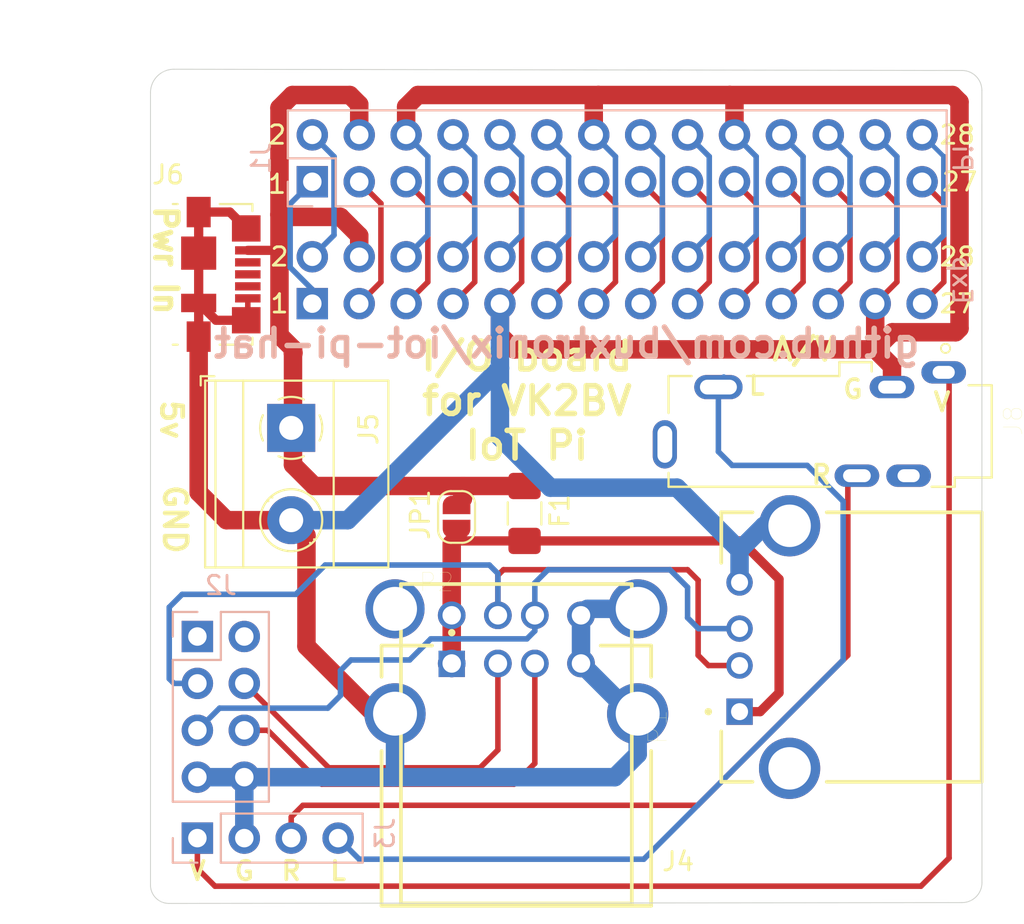
<source format=kicad_pcb>
(kicad_pcb (version 20171130) (host pcbnew 5.1.9+dfsg1-1+build2)

  (general
    (thickness 1.6)
    (drawings 32)
    (tracks 242)
    (zones 0)
    (modules 14)
    (nets 33)
  )

  (page A4)
  (layers
    (0 F.Cu signal)
    (31 B.Cu signal)
    (32 B.Adhes user)
    (33 F.Adhes user)
    (34 B.Paste user)
    (35 F.Paste user)
    (36 B.SilkS user)
    (37 F.SilkS user)
    (38 B.Mask user)
    (39 F.Mask user)
    (40 Dwgs.User user)
    (41 Cmts.User user)
    (42 Eco1.User user)
    (43 Eco2.User user)
    (44 Edge.Cuts user)
    (45 Margin user)
    (46 B.CrtYd user)
    (47 F.CrtYd user)
    (48 B.Fab user)
    (49 F.Fab user)
  )

  (setup
    (last_trace_width 1)
    (user_trace_width 0.3)
    (user_trace_width 0.5)
    (user_trace_width 1)
    (trace_clearance 0.2)
    (zone_clearance 0.508)
    (zone_45_only no)
    (trace_min 0.2)
    (via_size 0.8)
    (via_drill 0.4)
    (via_min_size 0.4)
    (via_min_drill 0.3)
    (uvia_size 0.3)
    (uvia_drill 0.1)
    (uvias_allowed no)
    (uvia_min_size 0.2)
    (uvia_min_drill 0.1)
    (edge_width 0.05)
    (segment_width 0.2)
    (pcb_text_width 0.3)
    (pcb_text_size 1.5 1.5)
    (mod_edge_width 0.12)
    (mod_text_size 1 1)
    (mod_text_width 0.15)
    (pad_size 1.524 1.524)
    (pad_drill 0.762)
    (pad_to_mask_clearance 0)
    (aux_axis_origin 0 0)
    (visible_elements FFFFFF7F)
    (pcbplotparams
      (layerselection 0x010fc_ffffffff)
      (usegerberextensions true)
      (usegerberattributes true)
      (usegerberadvancedattributes true)
      (creategerberjobfile true)
      (excludeedgelayer true)
      (linewidth 0.100000)
      (plotframeref false)
      (viasonmask false)
      (mode 1)
      (useauxorigin false)
      (hpglpennumber 1)
      (hpglpenspeed 20)
      (hpglpendiameter 15.000000)
      (psnegative false)
      (psa4output false)
      (plotreference true)
      (plotvalue true)
      (plotinvisibletext false)
      (padsonsilk false)
      (subtractmaskfromsilk true)
      (outputformat 1)
      (mirror false)
      (drillshape 0)
      (scaleselection 1)
      (outputdirectory "gerbers/"))
  )

  (net 0 "")
  (net 1 GND)
  (net 2 +5V)
  (net 3 USB1-)
  (net 4 USB1+)
  (net 5 USB2-)
  (net 6 USB2+)
  (net 7 /a5)
  (net 8 /a3)
  (net 9 /a1)
  (net 10 /a27)
  (net 11 /a23)
  (net 12 /a21)
  (net 13 /a19)
  (net 14 /a17)
  (net 15 /a15)
  (net 16 /a13)
  (net 17 /a11)
  (net 18 /a7)
  (net 19 /a28)
  (net 20 /a26)
  (net 21 /a24)
  (net 22 /a22)
  (net 23 /a18)
  (net 24 /a16)
  (net 25 /a12)
  (net 26 /a10)
  (net 27 /a8)
  (net 28 /a2)
  (net 29 /c-vid)
  (net 30 /a-r)
  (net 31 /a-l)
  (net 32 +5F)

  (net_class Default "This is the default net class."
    (clearance 0.2)
    (trace_width 0.25)
    (via_dia 0.8)
    (via_drill 0.4)
    (uvia_dia 0.3)
    (uvia_drill 0.1)
    (add_net +5F)
    (add_net +5V)
    (add_net /a-l)
    (add_net /a-r)
    (add_net /a1)
    (add_net /a10)
    (add_net /a11)
    (add_net /a12)
    (add_net /a13)
    (add_net /a15)
    (add_net /a16)
    (add_net /a17)
    (add_net /a18)
    (add_net /a19)
    (add_net /a2)
    (add_net /a21)
    (add_net /a22)
    (add_net /a23)
    (add_net /a24)
    (add_net /a26)
    (add_net /a27)
    (add_net /a28)
    (add_net /a3)
    (add_net /a5)
    (add_net /a7)
    (add_net /a8)
    (add_net /c-vid)
    (add_net GND)
    (add_net "Net-(J2-Pad1)")
    (add_net "Net-(J2-Pad2)")
    (add_net "Net-(J6-Pad2)")
    (add_net "Net-(J6-Pad3)")
    (add_net "Net-(J6-Pad4)")
    (add_net "Net-(J8-Pad4)")
    (add_net "Net-(J8-Pad5)")
    (add_net USB1+)
    (add_net USB1-)
    (add_net USB2+)
    (add_net USB2-)
  )

  (module iot-board-hat:SAMTEC_USB-A-S-X-X-TH (layer F.Cu) (tedit 60C9D239) (tstamp 60CA1FBD)
    (at 129.794 104.775)
    (path /60D03938)
    (fp_text reference P2 (at -4.325 -7.135) (layer F.SilkS)
      (effects (font (size 1 1) (thickness 0.015)))
    )
    (fp_text value 87520-0010BLF (at 5.835 -5.635) (layer F.Fab)
      (effects (font (size 1 1) (thickness 0.015)))
    )
    (fp_line (start -7.55 -1.91) (end -7.55 -3.95) (layer F.CrtYd) (width 0.05))
    (fp_line (start -8.48 -1.91) (end -7.55 -1.91) (layer F.CrtYd) (width 0.05))
    (fp_line (start -8.48 1.91) (end -8.48 -1.91) (layer F.CrtYd) (width 0.05))
    (fp_line (start -7.55 1.91) (end -8.48 1.91) (layer F.CrtYd) (width 0.05))
    (fp_line (start -7.55 10.65) (end -7.55 1.91) (layer F.CrtYd) (width 0.05))
    (fp_line (start 7.55 10.65) (end -7.55 10.65) (layer F.CrtYd) (width 0.05))
    (fp_line (start 7.55 1.91) (end 7.55 10.65) (layer F.CrtYd) (width 0.05))
    (fp_line (start 8.48 1.91) (end 7.55 1.91) (layer F.CrtYd) (width 0.05))
    (fp_line (start 8.48 -1.91) (end 8.48 1.91) (layer F.CrtYd) (width 0.05))
    (fp_line (start 7.55 -1.91) (end 8.48 -1.91) (layer F.CrtYd) (width 0.05))
    (fp_line (start 7.55 -3.95) (end 7.55 -1.91) (layer F.CrtYd) (width 0.05))
    (fp_line (start -7.55 -3.95) (end 7.55 -3.95) (layer F.CrtYd) (width 0.05))
    (fp_circle (center -3.5 -4.4) (end -3.4 -4.4) (layer F.SilkS) (width 0.2))
    (fp_circle (center -3.5 -4.4) (end -3.4 -4.4) (layer F.Fab) (width 0.2))
    (fp_line (start -7.3 10.4) (end -7.3 -3.7) (layer F.Fab) (width 0.1))
    (fp_line (start 7.3 10.4) (end -7.3 10.4) (layer F.Fab) (width 0.1))
    (fp_line (start 7.3 -3.7) (end 7.3 10.4) (layer F.Fab) (width 0.1))
    (fp_line (start -7.3 -3.7) (end 7.3 -3.7) (layer F.Fab) (width 0.1))
    (fp_line (start -7.3 -2.01) (end -7.3 -3.7) (layer F.SilkS) (width 0.2))
    (fp_line (start -7.3 10.4) (end -7.3 2.01) (layer F.SilkS) (width 0.2))
    (fp_line (start 7.3 10.4) (end -7.3 10.4) (layer F.SilkS) (width 0.2))
    (fp_line (start 7.3 2.01) (end 7.3 10.4) (layer F.SilkS) (width 0.2))
    (fp_line (start 7.3 -3.7) (end 7.3 -2.01) (layer F.SilkS) (width 0.2))
    (fp_line (start 4.565 -3.7) (end 7.3 -3.7) (layer F.SilkS) (width 0.2))
    (fp_line (start -7.3 -3.7) (end -4.565 -3.7) (layer F.SilkS) (width 0.2))
    (pad S2 thru_hole circle (at 6.57 0) (size 3.316 3.316) (drill 2.3) (layers *.Cu *.Mask)
      (net 1 GND))
    (pad S1 thru_hole circle (at -6.57 0) (size 3.316 3.316) (drill 2.3) (layers *.Cu *.Mask)
      (net 1 GND))
    (pad 04 thru_hole circle (at 3.5 -2.71) (size 1.428 1.428) (drill 0.92) (layers *.Cu *.Mask)
      (net 1 GND))
    (pad 03 thru_hole circle (at 1 -2.71) (size 1.428 1.428) (drill 0.92) (layers *.Cu *.Mask)
      (net 4 USB1+))
    (pad 02 thru_hole circle (at -1 -2.71) (size 1.428 1.428) (drill 0.92) (layers *.Cu *.Mask)
      (net 3 USB1-))
    (pad 01 thru_hole rect (at -3.5 -2.71) (size 1.428 1.428) (drill 0.92) (layers *.Cu *.Mask)
      (net 32 +5F))
    (model ${KIPRJMOD}/3d/USB-A-S-F-B-TH.stp
      (offset (xyz 0 -3.3 0))
      (scale (xyz 1 1 1))
      (rotate (xyz -90 0 0))
    )
  )

  (module iot-board-hat:SAMTEC_USB-A-S-X-X-TH (layer F.Cu) (tedit 60C9D239) (tstamp 60C9DC56)
    (at 144.5895 101.1555 90)
    (path /60CA0EBB)
    (fp_text reference P1 (at -4.325 -7.135 90) (layer F.SilkS)
      (effects (font (size 1 1) (thickness 0.015)))
    )
    (fp_text value 87520-0010BLF (at 5.835 -5.635 90) (layer F.Fab)
      (effects (font (size 1 1) (thickness 0.015)))
    )
    (fp_line (start -7.55 -1.91) (end -7.55 -3.95) (layer F.CrtYd) (width 0.05))
    (fp_line (start -8.48 -1.91) (end -7.55 -1.91) (layer F.CrtYd) (width 0.05))
    (fp_line (start -8.48 1.91) (end -8.48 -1.91) (layer F.CrtYd) (width 0.05))
    (fp_line (start -7.55 1.91) (end -8.48 1.91) (layer F.CrtYd) (width 0.05))
    (fp_line (start -7.55 10.65) (end -7.55 1.91) (layer F.CrtYd) (width 0.05))
    (fp_line (start 7.55 10.65) (end -7.55 10.65) (layer F.CrtYd) (width 0.05))
    (fp_line (start 7.55 1.91) (end 7.55 10.65) (layer F.CrtYd) (width 0.05))
    (fp_line (start 8.48 1.91) (end 7.55 1.91) (layer F.CrtYd) (width 0.05))
    (fp_line (start 8.48 -1.91) (end 8.48 1.91) (layer F.CrtYd) (width 0.05))
    (fp_line (start 7.55 -1.91) (end 8.48 -1.91) (layer F.CrtYd) (width 0.05))
    (fp_line (start 7.55 -3.95) (end 7.55 -1.91) (layer F.CrtYd) (width 0.05))
    (fp_line (start -7.55 -3.95) (end 7.55 -3.95) (layer F.CrtYd) (width 0.05))
    (fp_circle (center -3.5 -4.4) (end -3.4 -4.4) (layer F.SilkS) (width 0.2))
    (fp_circle (center -3.5 -4.4) (end -3.4 -4.4) (layer F.Fab) (width 0.2))
    (fp_line (start -7.3 10.4) (end -7.3 -3.7) (layer F.Fab) (width 0.1))
    (fp_line (start 7.3 10.4) (end -7.3 10.4) (layer F.Fab) (width 0.1))
    (fp_line (start 7.3 -3.7) (end 7.3 10.4) (layer F.Fab) (width 0.1))
    (fp_line (start -7.3 -3.7) (end 7.3 -3.7) (layer F.Fab) (width 0.1))
    (fp_line (start -7.3 -2.01) (end -7.3 -3.7) (layer F.SilkS) (width 0.2))
    (fp_line (start -7.3 10.4) (end -7.3 2.01) (layer F.SilkS) (width 0.2))
    (fp_line (start 7.3 10.4) (end -7.3 10.4) (layer F.SilkS) (width 0.2))
    (fp_line (start 7.3 2.01) (end 7.3 10.4) (layer F.SilkS) (width 0.2))
    (fp_line (start 7.3 -3.7) (end 7.3 -2.01) (layer F.SilkS) (width 0.2))
    (fp_line (start 4.565 -3.7) (end 7.3 -3.7) (layer F.SilkS) (width 0.2))
    (fp_line (start -7.3 -3.7) (end -4.565 -3.7) (layer F.SilkS) (width 0.2))
    (pad S2 thru_hole circle (at 6.57 0 90) (size 3.316 3.316) (drill 2.3) (layers *.Cu *.Mask)
      (net 1 GND))
    (pad S1 thru_hole circle (at -6.57 0 90) (size 3.316 3.316) (drill 2.3) (layers *.Cu *.Mask)
      (net 1 GND))
    (pad 04 thru_hole circle (at 3.5 -2.71 90) (size 1.428 1.428) (drill 0.92) (layers *.Cu *.Mask)
      (net 1 GND))
    (pad 03 thru_hole circle (at 1 -2.71 90) (size 1.428 1.428) (drill 0.92) (layers *.Cu *.Mask)
      (net 6 USB2+))
    (pad 02 thru_hole circle (at -1 -2.71 90) (size 1.428 1.428) (drill 0.92) (layers *.Cu *.Mask)
      (net 5 USB2-))
    (pad 01 thru_hole rect (at -3.5 -2.71 90) (size 1.428 1.428) (drill 0.92) (layers *.Cu *.Mask)
      (net 32 +5F))
    (model ${KIPRJMOD}/3d/USB-A-S-F-B-TH.stp
      (offset (xyz 0 -3.3 0))
      (scale (xyz 1 1 1))
      (rotate (xyz -90 0 0))
    )
  )

  (module "SnapEDA Library:CLIFF_FC68127" (layer F.Cu) (tedit 60C997DD) (tstamp 60B5335E)
    (at 149.0345 89.4715 270)
    (path /60CCDF9E)
    (fp_text reference J8 (at -0.577355 -7.659435 90) (layer F.SilkS)
      (effects (font (size 1.003283 1.003283) (thickness 0.015)))
    )
    (fp_text value FC68127 (at 4.768085 13.147755 90) (layer F.Fab)
      (effects (font (size 1.004165 1.004165) (thickness 0.015)))
    )
    (fp_line (start 2.5 -4.5) (end 3 -4.5) (layer F.Fab) (width 0.127))
    (fp_line (start -2.5 -6.5) (end 2.5 -6.5) (layer F.Fab) (width 0.127))
    (fp_line (start 2.5 -6.5) (end 2.5 -4.5) (layer F.Fab) (width 0.127))
    (fp_line (start 3 2.25) (end 3 11) (layer F.SilkS) (width 0.127))
    (fp_line (start 3 11) (end 2.25 11) (layer F.SilkS) (width 0.127))
    (fp_line (start -1 11) (end -3 11) (layer F.SilkS) (width 0.127))
    (fp_line (start -3 11) (end -3 9.75) (layer F.SilkS) (width 0.127))
    (fp_line (start -3 6.75) (end -3 1.75) (layer F.SilkS) (width 0.127))
    (fp_line (start -2.5 -5.25) (end -2.5 -6.5) (layer F.SilkS) (width 0.127))
    (fp_line (start -2.5 -6.5) (end 2.5 -6.5) (layer F.SilkS) (width 0.127))
    (fp_line (start 2.5 -6.5) (end 2.5 -4.5) (layer F.SilkS) (width 0.127))
    (fp_line (start 2.5 -4.5) (end 3 -4.5) (layer F.SilkS) (width 0.127))
    (fp_line (start 3 -4.5) (end 3 -3.25) (layer F.SilkS) (width 0.127))
    (fp_line (start -2.75 -6.75) (end -2.75 -5.25) (layer F.CrtYd) (width 0.05))
    (fp_line (start -2.75 -5.25) (end -4 -5.25) (layer F.CrtYd) (width 0.05))
    (fp_line (start -4 -5.25) (end -4 -2.5) (layer F.CrtYd) (width 0.05))
    (fp_line (start -4 -2.5) (end -3.25 -2.5) (layer F.CrtYd) (width 0.05))
    (fp_line (start -3.25 -2.5) (end -3.25 -0.25) (layer F.CrtYd) (width 0.05))
    (fp_line (start -3.25 -0.25) (end -4 -0.25) (layer F.CrtYd) (width 0.05))
    (fp_line (start -4 -0.25) (end -4 2) (layer F.CrtYd) (width 0.05))
    (fp_line (start -4 2) (end -3.25 2) (layer F.CrtYd) (width 0.05))
    (fp_line (start -3.25 2) (end -3.25 11.25) (layer F.CrtYd) (width 0.05))
    (fp_line (start -1 12) (end 2.25 12) (layer F.CrtYd) (width 0.05))
    (fp_line (start 3.25 11.25) (end 3.25 -4.75) (layer F.CrtYd) (width 0.05))
    (fp_line (start 3.25 -4.75) (end 2.75 -4.75) (layer F.CrtYd) (width 0.05))
    (fp_line (start 2.75 -4.75) (end 2.75 -6.75) (layer F.CrtYd) (width 0.05))
    (fp_line (start 2.75 -6.75) (end -2.75 -6.75) (layer F.CrtYd) (width 0.05))
    (fp_line (start -3.25 11.25) (end -1 11.25) (layer F.CrtYd) (width 0.05))
    (fp_line (start -1 11.25) (end -1 12) (layer F.CrtYd) (width 0.05))
    (fp_line (start 2.25 12) (end 2.25 11.25) (layer F.CrtYd) (width 0.05))
    (fp_line (start 2.25 11.25) (end 3.25 11.25) (layer F.CrtYd) (width 0.05))
    (fp_circle (center -4.5 -4) (end -4.25 -4) (layer F.SilkS) (width 0.1))
    (fp_line (start -2.5 -6.5) (end -2.5 -5.25) (layer F.Fab) (width 0.127))
    (fp_line (start 3 -4.5) (end 3 -3.25) (layer F.Fab) (width 0.127))
    (fp_line (start 3 2.25) (end 3 11) (layer F.Fab) (width 0.127))
    (fp_line (start 3 11) (end 2.25 11) (layer F.Fab) (width 0.127))
    (fp_line (start -1 11) (end -3 11) (layer F.Fab) (width 0.127))
    (fp_line (start -3 11) (end -3 9.75) (layer F.Fab) (width 0.127))
    (fp_line (start -3 6.75) (end -3 1.75) (layer F.Fab) (width 0.127))
    (fp_line (start -3 1.75) (end -3.75 1.75) (layer F.Fab) (width 0.127))
    (fp_line (start -3.75 1.75) (end -3.75 0) (layer F.Fab) (width 0.127))
    (fp_line (start -3.75 0) (end -3.25 0) (layer F.Fab) (width 0.127))
    (fp_line (start -3 1.75) (end -3.75 1.75) (layer F.SilkS) (width 0.127))
    (fp_line (start -3.75 1.75) (end -3.75 0) (layer F.SilkS) (width 0.127))
    (fp_line (start -3.75 0) (end -3.25 0) (layer F.SilkS) (width 0.127))
    (pad None np_thru_hole circle (at 0 7 270) (size 1.7 1.7) (drill 1.7) (layers *.Cu *.Mask))
    (pad None np_thru_hole circle (at 0 0 270) (size 1.7 1.7) (drill 1.7) (layers *.Cu *.Mask))
    (pad 5 thru_hole oval (at 0.7 11.2 270) (size 2.616 1.308) (drill oval 2 0.8) (layers *.Cu *.Mask))
    (pad 3 thru_hole oval (at -2.4 8.3 270) (size 1.308 2.616) (drill oval 0.8 2) (layers *.Cu *.Mask)
      (net 31 /a-l))
    (pad 2 thru_hole oval (at 2.4 0.8 270) (size 1.208 2.416) (drill oval 0.7 1.5) (layers *.Cu *.Mask)
      (net 30 /a-r))
    (pad 6 thru_hole oval (at -2.4 -1.1 270) (size 1.208 2.416) (drill oval 0.7 1.5) (layers *.Cu *.Mask)
      (net 1 GND))
    (pad 4 thru_hole oval (at 2.4 -2 270) (size 1.208 2.416) (drill oval 0.7 1.2) (layers *.Cu *.Mask))
    (pad 1 thru_hole oval (at -3.2 -3.9 270) (size 1.208 2.416) (drill oval 0.7 1.2) (layers *.Cu *.Mask)
      (net 29 /c-vid))
    (model ${KIPRJMOD}/3d/FC68127.stp
      (offset (xyz -3 4 0))
      (scale (xyz 1 1 1))
      (rotate (xyz 0 0 0))
    )
  )

  (module Connector_PinSocket_2.54mm:PinSocket_2x14_P2.54mm_Vertical (layer B.Cu) (tedit 60B4BB83) (tstamp 60B4B05E)
    (at 118.745 82.55 270)
    (descr "Through hole straight socket strip, 2x14, 2.54mm pitch, double cols (from Kicad 4.0.7), script generated")
    (tags "Through hole socket strip THT 2x14 2.54mm double row")
    (path /60B46E43)
    (attr virtual)
    (fp_text reference J7 (at -1.27 2.77 90) (layer B.SilkS) hide
      (effects (font (size 1 1) (thickness 0.15)) (justify mirror))
    )
    (fp_text value Conn_02x14_Odd_Even (at -1.27 -35.79 90) (layer B.Fab)
      (effects (font (size 1 1) (thickness 0.15)) (justify mirror))
    )
    (fp_line (start -3.81 1.27) (end 0.27 1.27) (layer B.Fab) (width 0.1))
    (fp_line (start 0.27 1.27) (end 1.27 0.27) (layer B.Fab) (width 0.1))
    (fp_line (start 1.27 0.27) (end 1.27 -34.29) (layer B.Fab) (width 0.1))
    (fp_line (start 1.27 -34.29) (end -3.81 -34.29) (layer B.Fab) (width 0.1))
    (fp_line (start -3.81 -34.29) (end -3.81 1.27) (layer B.Fab) (width 0.1))
    (fp_line (start -4.34 1.8) (end 1.76 1.8) (layer B.CrtYd) (width 0.05))
    (fp_line (start 1.76 1.8) (end 1.76 -34.8) (layer B.CrtYd) (width 0.05))
    (fp_line (start 1.76 -34.8) (end -4.34 -34.8) (layer B.CrtYd) (width 0.05))
    (fp_line (start -4.34 -34.8) (end -4.34 1.8) (layer B.CrtYd) (width 0.05))
    (fp_text user %R (at -1.27 -16.51) (layer B.Fab)
      (effects (font (size 1 1) (thickness 0.15)) (justify mirror))
    )
    (pad 28 thru_hole oval (at -2.54 -33.02 270) (size 1.7 1.7) (drill 1) (layers *.Cu *.Mask)
      (net 19 /a28))
    (pad 27 thru_hole oval (at 0 -33.02 270) (size 1.7 1.7) (drill 1) (layers *.Cu *.Mask)
      (net 10 /a27))
    (pad 26 thru_hole oval (at -2.54 -30.48 270) (size 1.7 1.7) (drill 1) (layers *.Cu *.Mask)
      (net 20 /a26))
    (pad 25 thru_hole oval (at 0 -30.48 270) (size 1.7 1.7) (drill 1) (layers *.Cu *.Mask)
      (net 1 GND))
    (pad 24 thru_hole oval (at -2.54 -27.94 270) (size 1.7 1.7) (drill 1) (layers *.Cu *.Mask)
      (net 21 /a24))
    (pad 23 thru_hole oval (at 0 -27.94 270) (size 1.7 1.7) (drill 1) (layers *.Cu *.Mask)
      (net 11 /a23))
    (pad 22 thru_hole oval (at -2.54 -25.4 270) (size 1.7 1.7) (drill 1) (layers *.Cu *.Mask)
      (net 22 /a22))
    (pad 21 thru_hole oval (at 0 -25.4 270) (size 1.7 1.7) (drill 1) (layers *.Cu *.Mask)
      (net 12 /a21))
    (pad 20 thru_hole oval (at -2.54 -22.86 270) (size 1.7 1.7) (drill 1) (layers *.Cu *.Mask)
      (net 1 GND))
    (pad 19 thru_hole oval (at 0 -22.86 270) (size 1.7 1.7) (drill 1) (layers *.Cu *.Mask)
      (net 13 /a19))
    (pad 18 thru_hole oval (at -2.54 -20.32 270) (size 1.7 1.7) (drill 1) (layers *.Cu *.Mask)
      (net 23 /a18))
    (pad 17 thru_hole oval (at 0 -20.32 270) (size 1.7 1.7) (drill 1) (layers *.Cu *.Mask)
      (net 14 /a17))
    (pad 16 thru_hole oval (at -2.54 -17.78 270) (size 1.7 1.7) (drill 1) (layers *.Cu *.Mask)
      (net 24 /a16))
    (pad 15 thru_hole oval (at 0 -17.78 270) (size 1.7 1.7) (drill 1) (layers *.Cu *.Mask)
      (net 15 /a15))
    (pad 14 thru_hole oval (at -2.54 -15.24 270) (size 1.7 1.7) (drill 1) (layers *.Cu *.Mask)
      (net 1 GND))
    (pad 13 thru_hole oval (at 0 -15.24 270) (size 1.7 1.7) (drill 1) (layers *.Cu *.Mask)
      (net 16 /a13))
    (pad 12 thru_hole oval (at -2.54 -12.7 270) (size 1.7 1.7) (drill 1) (layers *.Cu *.Mask)
      (net 25 /a12))
    (pad 11 thru_hole oval (at 0 -12.7 270) (size 1.7 1.7) (drill 1) (layers *.Cu *.Mask)
      (net 17 /a11))
    (pad 10 thru_hole oval (at -2.54 -10.16 270) (size 1.7 1.7) (drill 1) (layers *.Cu *.Mask)
      (net 26 /a10))
    (pad 9 thru_hole oval (at 0 -10.16 270) (size 1.7 1.7) (drill 1) (layers *.Cu *.Mask)
      (net 1 GND))
    (pad 8 thru_hole oval (at -2.54 -7.62 270) (size 1.7 1.7) (drill 1) (layers *.Cu *.Mask)
      (net 27 /a8))
    (pad 7 thru_hole oval (at 0 -7.62 270) (size 1.7 1.7) (drill 1) (layers *.Cu *.Mask)
      (net 18 /a7))
    (pad 6 thru_hole oval (at -2.54 -5.08 270) (size 1.7 1.7) (drill 1) (layers *.Cu *.Mask)
      (net 1 GND))
    (pad 5 thru_hole oval (at 0 -5.08 270) (size 1.7 1.7) (drill 1) (layers *.Cu *.Mask)
      (net 7 /a5))
    (pad 4 thru_hole oval (at -2.54 -2.54 270) (size 1.7 1.7) (drill 1) (layers *.Cu *.Mask)
      (net 2 +5V))
    (pad 3 thru_hole oval (at 0 -2.54 270) (size 1.7 1.7) (drill 1) (layers *.Cu *.Mask)
      (net 8 /a3))
    (pad 2 thru_hole oval (at -2.54 0 270) (size 1.7 1.7) (drill 1) (layers *.Cu *.Mask)
      (net 28 /a2))
    (pad 1 thru_hole rect (at 0 0 270) (size 1.7 1.7) (drill 1) (layers *.Cu *.Mask)
      (net 9 /a1))
    (model ${KISYS3DMOD}/Connector_PinSocket_2.54mm.3dshapes/PinSocket_2x14_P2.54mm_Vertical.wrl
      (at (xyz 0 0 0))
      (scale (xyz 1 1 1))
      (rotate (xyz 0 0 0))
    )
  )

  (module MountingHole:MountingHole_2.7mm_M2.5_ISO7380 (layer F.Cu) (tedit 56D1B4CB) (tstamp 60B4E1BA)
    (at 146.685 111.252)
    (descr "Mounting Hole 2.7mm, no annular, M2.5, ISO7380")
    (tags "mounting hole 2.7mm no annular m2.5 iso7380")
    (path /60CA3558)
    (attr virtual)
    (fp_text reference H2 (at 0 -3.25) (layer F.SilkS) hide
      (effects (font (size 1 1) (thickness 0.15)))
    )
    (fp_text value MountingHole (at 0 3.25) (layer F.Fab)
      (effects (font (size 1 1) (thickness 0.15)))
    )
    (fp_circle (center 0 0) (end 2.25 0) (layer Cmts.User) (width 0.15))
    (fp_circle (center 0 0) (end 2.5 0) (layer F.CrtYd) (width 0.05))
    (fp_text user %R (at 0.3 0) (layer F.Fab)
      (effects (font (size 1 1) (thickness 0.15)))
    )
    (pad 1 np_thru_hole circle (at 0 0) (size 2.7 2.7) (drill 2.7) (layers *.Cu *.Mask))
  )

  (module MountingHole:MountingHole_2.7mm_M2.5_ISO7380 (layer F.Cu) (tedit 56D1B4CB) (tstamp 60B4E1B2)
    (at 113.665 73.533)
    (descr "Mounting Hole 2.7mm, no annular, M2.5, ISO7380")
    (tags "mounting hole 2.7mm no annular m2.5 iso7380")
    (path /60CA30A5)
    (attr virtual)
    (fp_text reference H1 (at 0 -3.25) (layer F.SilkS) hide
      (effects (font (size 1 1) (thickness 0.15)))
    )
    (fp_text value MountingHole (at 0 3.25) (layer F.Fab)
      (effects (font (size 1 1) (thickness 0.15)))
    )
    (fp_circle (center 0 0) (end 2.25 0) (layer Cmts.User) (width 0.15))
    (fp_circle (center 0 0) (end 2.5 0) (layer F.CrtYd) (width 0.05))
    (fp_text user %R (at 0.3 0) (layer F.Fab)
      (effects (font (size 1 1) (thickness 0.15)))
    )
    (pad 1 np_thru_hole circle (at 0 0) (size 2.7 2.7) (drill 2.7) (layers *.Cu *.Mask))
  )

  (module iot-board-hat:MOLEX-DUALUSB (layer F.Cu) (tedit 60B43CFA) (tstamp 60B381D6)
    (at 129.794 102.0445)
    (descr DUALUSB)
    (tags Connector)
    (path /60B35C9C)
    (attr virtual)
    (fp_text reference J4 (at 8.763 10.7315) (layer F.SilkS)
      (effects (font (size 1 1) (thickness 0.15)))
    )
    (fp_text value 67298-3090 (at -0.681 4.459) (layer F.SilkS) hide
      (effects (font (size 1.27 1.27) (thickness 0.254)))
    )
    (fp_line (start -6.25 13) (end -6.25 -4.302) (layer F.Fab) (width 0.2))
    (fp_line (start 6.25 13) (end -6.25 13) (layer F.Fab) (width 0.2))
    (fp_line (start 6.25 -4.302) (end 6.25 13) (layer F.Fab) (width 0.2))
    (fp_line (start -6.25 -4.302) (end 6.25 -4.302) (layer F.Fab) (width 0.2))
    (fp_line (start -6.25 13) (end -6.25 -4.302) (layer F.SilkS) (width 0.2))
    (fp_line (start 6.25 13) (end -6.25 13) (layer F.SilkS) (width 0.2))
    (fp_line (start 6.25 -4.302) (end 6.25 13) (layer F.SilkS) (width 0.2))
    (fp_line (start -6.25 -4.302) (end 6.25 -4.302) (layer F.SilkS) (width 0.2))
    (fp_text user %R (at -0.681 4.459) (layer F.Fab)
      (effects (font (size 1.27 1.27) (thickness 0.254)))
    )
    (pad 1 thru_hole circle (at -3.5 0) (size 1.5 1.5) (drill 1) (layers *.Cu *.Mask)
      (net 32 +5F))
    (pad 2 thru_hole circle (at -1 0) (size 1.5 1.5) (drill 1) (layers *.Cu *.Mask)
      (net 3 USB1-))
    (pad 3 thru_hole circle (at 1 0) (size 1.5 1.5) (drill 1) (layers *.Cu *.Mask)
      (net 4 USB1+))
    (pad 4 thru_hole circle (at 3.5 0) (size 1.5 1.5) (drill 1) (layers *.Cu *.Mask)
      (net 1 GND))
    (pad 5 thru_hole circle (at -3.5 -2.61) (size 1.5 1.5) (drill 1) (layers *.Cu *.Mask)
      (net 32 +5F))
    (pad 6 thru_hole circle (at -1 -2.61) (size 1.5 1.5) (drill 1) (layers *.Cu *.Mask)
      (net 5 USB2-))
    (pad 7 thru_hole circle (at 1 -2.61) (size 1.5 1.5) (drill 1) (layers *.Cu *.Mask)
      (net 6 USB2+))
    (pad 8 thru_hole circle (at 3.5 -2.61) (size 1.5 1.5) (drill 1) (layers *.Cu *.Mask)
      (net 1 GND))
    (pad "" thru_hole circle (at -6.57 -2.96) (size 3.2 3.2) (drill 2.38) (layers *.Cu *.Mask))
    (pad 10 thru_hole circle (at 6.57 -2.96) (size 3.2 3.2) (drill 2.38) (layers *.Cu *.Mask)
      (net 1 GND))
    (pad 11 thru_hole circle (at 6.57 2.72) (size 3.2 3.2) (drill 2.38) (layers *.Cu *.Mask)
      (net 1 GND))
    (pad 12 thru_hole circle (at -6.57 2.72) (size 3.2 3.2) (drill 2.38) (layers *.Cu *.Mask)
      (net 1 GND))
    (model ${KIPRJMOD}/3d/67298-3090.stp
      (offset (xyz 0 -12.5 8))
      (scale (xyz 1 1 1))
      (rotate (xyz -90 0 -180))
    )
  )

  (module Jumper:SolderJumper-2_P1.3mm_Open_RoundedPad1.0x1.5mm (layer F.Cu) (tedit 5B391E66) (tstamp 60B40811)
    (at 126.5555 94.107 270)
    (descr "SMD Solder Jumper, 1x1.5mm, rounded Pads, 0.3mm gap, open")
    (tags "solder jumper open")
    (path /60B7D83A)
    (attr virtual)
    (fp_text reference JP1 (at -0.127 1.9685 90) (layer F.SilkS)
      (effects (font (size 1 1) (thickness 0.15)))
    )
    (fp_text value SolderJumper_2_Open (at 0 1.9 90) (layer F.Fab)
      (effects (font (size 1 1) (thickness 0.15)))
    )
    (fp_line (start -1.4 0.3) (end -1.4 -0.3) (layer F.SilkS) (width 0.12))
    (fp_line (start 0.7 1) (end -0.7 1) (layer F.SilkS) (width 0.12))
    (fp_line (start 1.4 -0.3) (end 1.4 0.3) (layer F.SilkS) (width 0.12))
    (fp_line (start -0.7 -1) (end 0.7 -1) (layer F.SilkS) (width 0.12))
    (fp_line (start -1.65 -1.25) (end 1.65 -1.25) (layer F.CrtYd) (width 0.05))
    (fp_line (start -1.65 -1.25) (end -1.65 1.25) (layer F.CrtYd) (width 0.05))
    (fp_line (start 1.65 1.25) (end 1.65 -1.25) (layer F.CrtYd) (width 0.05))
    (fp_line (start 1.65 1.25) (end -1.65 1.25) (layer F.CrtYd) (width 0.05))
    (fp_arc (start -0.7 -0.3) (end -0.7 -1) (angle -90) (layer F.SilkS) (width 0.12))
    (fp_arc (start -0.7 0.3) (end -1.4 0.3) (angle -90) (layer F.SilkS) (width 0.12))
    (fp_arc (start 0.7 0.3) (end 0.7 1) (angle -90) (layer F.SilkS) (width 0.12))
    (fp_arc (start 0.7 -0.3) (end 1.4 -0.3) (angle -90) (layer F.SilkS) (width 0.12))
    (pad 2 smd custom (at 0.65 0 270) (size 1 0.5) (layers F.Cu F.Mask)
      (net 32 +5F) (zone_connect 2)
      (options (clearance outline) (anchor rect))
      (primitives
        (gr_circle (center 0 0.25) (end 0.5 0.25) (width 0))
        (gr_circle (center 0 -0.25) (end 0.5 -0.25) (width 0))
        (gr_poly (pts
           (xy 0 -0.75) (xy -0.5 -0.75) (xy -0.5 0.75) (xy 0 0.75)) (width 0))
      ))
    (pad 1 smd custom (at -0.65 0 270) (size 1 0.5) (layers F.Cu F.Mask)
      (net 2 +5V) (zone_connect 2)
      (options (clearance outline) (anchor rect))
      (primitives
        (gr_circle (center 0 0.25) (end 0.5 0.25) (width 0))
        (gr_circle (center 0 -0.25) (end 0.5 -0.25) (width 0))
        (gr_poly (pts
           (xy 0 -0.75) (xy 0.5 -0.75) (xy 0.5 0.75) (xy 0 0.75)) (width 0))
      ))
  )

  (module Fuse:Fuse_1206_3216Metric_Pad1.42x1.75mm_HandSolder (layer F.Cu) (tedit 5F68FEF1) (tstamp 60B3F914)
    (at 130.2385 93.9165 90)
    (descr "Fuse SMD 1206 (3216 Metric), square (rectangular) end terminal, IPC_7351 nominal with elongated pad for handsoldering. (Body size source: http://www.tortai-tech.com/upload/download/2011102023233369053.pdf), generated with kicad-footprint-generator")
    (tags "fuse handsolder")
    (path /60B5786B)
    (attr smd)
    (fp_text reference F1 (at 0.127 1.905 90) (layer F.SilkS)
      (effects (font (size 1 1) (thickness 0.15)))
    )
    (fp_text value Polyfuse (at 0 1.82 90) (layer F.Fab)
      (effects (font (size 1 1) (thickness 0.15)))
    )
    (fp_line (start -1.6 0.8) (end -1.6 -0.8) (layer F.Fab) (width 0.1))
    (fp_line (start -1.6 -0.8) (end 1.6 -0.8) (layer F.Fab) (width 0.1))
    (fp_line (start 1.6 -0.8) (end 1.6 0.8) (layer F.Fab) (width 0.1))
    (fp_line (start 1.6 0.8) (end -1.6 0.8) (layer F.Fab) (width 0.1))
    (fp_line (start -0.602064 -0.91) (end 0.602064 -0.91) (layer F.SilkS) (width 0.12))
    (fp_line (start -0.602064 0.91) (end 0.602064 0.91) (layer F.SilkS) (width 0.12))
    (fp_line (start -2.45 1.12) (end -2.45 -1.12) (layer F.CrtYd) (width 0.05))
    (fp_line (start -2.45 -1.12) (end 2.45 -1.12) (layer F.CrtYd) (width 0.05))
    (fp_line (start 2.45 -1.12) (end 2.45 1.12) (layer F.CrtYd) (width 0.05))
    (fp_line (start 2.45 1.12) (end -2.45 1.12) (layer F.CrtYd) (width 0.05))
    (fp_text user %R (at 0 0 90) (layer F.Fab)
      (effects (font (size 0.8 0.8) (thickness 0.12)))
    )
    (pad 2 smd roundrect (at 1.4875 0 90) (size 1.425 1.75) (layers F.Cu F.Paste F.Mask) (roundrect_rratio 0.1754385964912281)
      (net 2 +5V))
    (pad 1 smd roundrect (at -1.4875 0 90) (size 1.425 1.75) (layers F.Cu F.Paste F.Mask) (roundrect_rratio 0.1754385964912281)
      (net 32 +5F))
    (model ${KISYS3DMOD}/Fuse.3dshapes/Fuse_1206_3216Metric.wrl
      (at (xyz 0 0 0))
      (scale (xyz 1 1 1))
      (rotate (xyz 0 0 0))
    )
  )

  (module Connector_USB:USB_Micro-B_Molex_47346-0001 (layer F.Cu) (tedit 5D8620A7) (tstamp 60C99102)
    (at 113.792 80.9625 270)
    (descr "Micro USB B receptable with flange, bottom-mount, SMD, right-angle (http://www.molex.com/pdm_docs/sd/473460001_sd.pdf)")
    (tags "Micro B USB SMD")
    (path /60B4EAAC)
    (attr smd)
    (fp_text reference J6 (at -5.3975 2.8575) (layer F.SilkS)
      (effects (font (size 1 1) (thickness 0.15)))
    )
    (fp_text value USB_B_Micro (at 0 4.6 270) (layer F.Fab)
      (effects (font (size 1 1) (thickness 0.15)))
    )
    (fp_line (start 3.81 -1.71) (end 3.43 -1.71) (layer F.SilkS) (width 0.12))
    (fp_line (start 4.7 3.85) (end -4.7 3.85) (layer F.CrtYd) (width 0.05))
    (fp_line (start 4.7 -2.65) (end 4.7 3.85) (layer F.CrtYd) (width 0.05))
    (fp_line (start -4.7 -2.65) (end 4.7 -2.65) (layer F.CrtYd) (width 0.05))
    (fp_line (start -4.7 3.85) (end -4.7 -2.65) (layer F.CrtYd) (width 0.05))
    (fp_line (start 3.75 3.35) (end -3.75 3.35) (layer F.Fab) (width 0.1))
    (fp_line (start 3.75 -1.65) (end 3.75 3.35) (layer F.Fab) (width 0.1))
    (fp_line (start -3.75 -1.65) (end 3.75 -1.65) (layer F.Fab) (width 0.1))
    (fp_line (start -3.75 3.35) (end -3.75 -1.65) (layer F.Fab) (width 0.1))
    (fp_line (start 3.81 2.34) (end 3.81 2.6) (layer F.SilkS) (width 0.12))
    (fp_line (start 3.81 -1.71) (end 3.81 0.06) (layer F.SilkS) (width 0.12))
    (fp_line (start -3.81 -1.71) (end -3.43 -1.71) (layer F.SilkS) (width 0.12))
    (fp_line (start -3.81 0.06) (end -3.81 -1.71) (layer F.SilkS) (width 0.12))
    (fp_line (start -3.81 2.6) (end -3.81 2.34) (layer F.SilkS) (width 0.12))
    (fp_line (start -3.25 2.65) (end 3.25 2.65) (layer F.Fab) (width 0.1))
    (fp_text user %R (at 0 1.2 90) (layer F.Fab)
      (effects (font (size 1 1) (thickness 0.15)))
    )
    (pad 6 smd rect (at 1.55 1.2 270) (size 1 1.9) (layers F.Cu F.Paste F.Mask)
      (net 1 GND))
    (pad 6 smd rect (at -1.15 1.2 270) (size 1.8 1.9) (layers F.Cu F.Paste F.Mask)
      (net 1 GND))
    (pad 6 smd rect (at 3.375 1.2 270) (size 1.65 1.3) (layers F.Cu F.Paste F.Mask)
      (net 1 GND))
    (pad 6 smd rect (at -3.375 1.2 270) (size 1.65 1.3) (layers F.Cu F.Paste F.Mask)
      (net 1 GND))
    (pad 6 smd rect (at 2.4875 -1.375 270) (size 1.425 1.55) (layers F.Cu F.Paste F.Mask)
      (net 1 GND))
    (pad 6 smd rect (at -2.4875 -1.375 270) (size 1.425 1.55) (layers F.Cu F.Paste F.Mask)
      (net 1 GND))
    (pad 5 smd rect (at 1.3 -1.46 270) (size 0.45 1.38) (layers F.Cu F.Paste F.Mask)
      (net 1 GND))
    (pad 4 smd rect (at 0.65 -1.46 270) (size 0.45 1.38) (layers F.Cu F.Paste F.Mask))
    (pad 3 smd rect (at 0 -1.46 270) (size 0.45 1.38) (layers F.Cu F.Paste F.Mask))
    (pad 2 smd rect (at -0.65 -1.46 270) (size 0.45 1.38) (layers F.Cu F.Paste F.Mask))
    (pad 1 smd rect (at -1.3 -1.46 270) (size 0.45 1.38) (layers F.Cu F.Paste F.Mask)
      (net 2 +5V))
    (model ${KISYS3DMOD}/Connector_USB.3dshapes/USB_Micro-B_Molex_47346-0001.wrl
      (at (xyz 0 0 0))
      (scale (xyz 1 1 1))
      (rotate (xyz 0 0 0))
    )
  )

  (module Connector_PinSocket_2.54mm:PinSocket_1x04_P2.54mm_Vertical (layer B.Cu) (tedit 5A19A429) (tstamp 60B3DB6E)
    (at 112.522 111.506 270)
    (descr "Through hole straight socket strip, 1x04, 2.54mm pitch, single row (from Kicad 4.0.7), script generated")
    (tags "Through hole socket strip THT 1x04 2.54mm single row")
    (path /60B4DA04)
    (fp_text reference J3 (at -0.254 -10.16 270) (layer B.SilkS)
      (effects (font (size 1 1) (thickness 0.15)) (justify mirror))
    )
    (fp_text value Conn_01x04 (at 0 -10.39 270) (layer B.Fab)
      (effects (font (size 1 1) (thickness 0.15)) (justify mirror))
    )
    (fp_line (start -1.27 1.27) (end 0.635 1.27) (layer B.Fab) (width 0.1))
    (fp_line (start 0.635 1.27) (end 1.27 0.635) (layer B.Fab) (width 0.1))
    (fp_line (start 1.27 0.635) (end 1.27 -8.89) (layer B.Fab) (width 0.1))
    (fp_line (start 1.27 -8.89) (end -1.27 -8.89) (layer B.Fab) (width 0.1))
    (fp_line (start -1.27 -8.89) (end -1.27 1.27) (layer B.Fab) (width 0.1))
    (fp_line (start -1.33 -1.27) (end 1.33 -1.27) (layer B.SilkS) (width 0.12))
    (fp_line (start -1.33 -1.27) (end -1.33 -8.95) (layer B.SilkS) (width 0.12))
    (fp_line (start -1.33 -8.95) (end 1.33 -8.95) (layer B.SilkS) (width 0.12))
    (fp_line (start 1.33 -1.27) (end 1.33 -8.95) (layer B.SilkS) (width 0.12))
    (fp_line (start 1.33 1.33) (end 1.33 0) (layer B.SilkS) (width 0.12))
    (fp_line (start 0 1.33) (end 1.33 1.33) (layer B.SilkS) (width 0.12))
    (fp_line (start -1.8 1.8) (end 1.75 1.8) (layer B.CrtYd) (width 0.05))
    (fp_line (start 1.75 1.8) (end 1.75 -9.4) (layer B.CrtYd) (width 0.05))
    (fp_line (start 1.75 -9.4) (end -1.8 -9.4) (layer B.CrtYd) (width 0.05))
    (fp_line (start -1.8 -9.4) (end -1.8 1.8) (layer B.CrtYd) (width 0.05))
    (fp_text user %R (at 0 -3.81) (layer B.Fab)
      (effects (font (size 1 1) (thickness 0.15)) (justify mirror))
    )
    (pad 4 thru_hole oval (at 0 -7.62 270) (size 1.7 1.7) (drill 1) (layers *.Cu *.Mask)
      (net 31 /a-l))
    (pad 3 thru_hole oval (at 0 -5.08 270) (size 1.7 1.7) (drill 1) (layers *.Cu *.Mask)
      (net 30 /a-r))
    (pad 2 thru_hole oval (at 0 -2.54 270) (size 1.7 1.7) (drill 1) (layers *.Cu *.Mask)
      (net 1 GND))
    (pad 1 thru_hole rect (at 0 0 270) (size 1.7 1.7) (drill 1) (layers *.Cu *.Mask)
      (net 29 /c-vid))
    (model ${KISYS3DMOD}/Connector_PinSocket_2.54mm.3dshapes/PinSocket_1x04_P2.54mm_Vertical.wrl
      (at (xyz 0 0 0))
      (scale (xyz 1 1 1))
      (rotate (xyz 0 0 0))
    )
  )

  (module TerminalBlock_Phoenix:TerminalBlock_Phoenix_MKDS-1,5-2_1x02_P5.00mm_Horizontal (layer F.Cu) (tedit 5B294EE5) (tstamp 60B3CD0B)
    (at 117.602 89.281 270)
    (descr "Terminal Block Phoenix MKDS-1,5-2, 2 pins, pitch 5mm, size 10x9.8mm^2, drill diamater 1.3mm, pad diameter 2.6mm, see http://www.farnell.com/datasheets/100425.pdf, script-generated using https://github.com/pointhi/kicad-footprint-generator/scripts/TerminalBlock_Phoenix")
    (tags "THT Terminal Block Phoenix MKDS-1,5-2 pitch 5mm size 10x9.8mm^2 drill 1.3mm pad 2.6mm")
    (path /60B45B3E)
    (fp_text reference J5 (at 0.0635 -4.191 90) (layer F.SilkS)
      (effects (font (size 1 1) (thickness 0.15)))
    )
    (fp_text value Screw_Terminal_01x02 (at 2.5 5.66 90) (layer F.Fab)
      (effects (font (size 1 1) (thickness 0.15)))
    )
    (fp_circle (center 0 0) (end 1.5 0) (layer F.Fab) (width 0.1))
    (fp_circle (center 5 0) (end 6.5 0) (layer F.Fab) (width 0.1))
    (fp_circle (center 5 0) (end 6.68 0) (layer F.SilkS) (width 0.12))
    (fp_line (start -2.5 -5.2) (end 7.5 -5.2) (layer F.Fab) (width 0.1))
    (fp_line (start 7.5 -5.2) (end 7.5 4.6) (layer F.Fab) (width 0.1))
    (fp_line (start 7.5 4.6) (end -2 4.6) (layer F.Fab) (width 0.1))
    (fp_line (start -2 4.6) (end -2.5 4.1) (layer F.Fab) (width 0.1))
    (fp_line (start -2.5 4.1) (end -2.5 -5.2) (layer F.Fab) (width 0.1))
    (fp_line (start -2.5 4.1) (end 7.5 4.1) (layer F.Fab) (width 0.1))
    (fp_line (start -2.56 4.1) (end 7.56 4.1) (layer F.SilkS) (width 0.12))
    (fp_line (start -2.5 2.6) (end 7.5 2.6) (layer F.Fab) (width 0.1))
    (fp_line (start -2.56 2.6) (end 7.56 2.6) (layer F.SilkS) (width 0.12))
    (fp_line (start -2.5 -2.3) (end 7.5 -2.3) (layer F.Fab) (width 0.1))
    (fp_line (start -2.56 -2.301) (end 7.56 -2.301) (layer F.SilkS) (width 0.12))
    (fp_line (start -2.56 -5.261) (end 7.56 -5.261) (layer F.SilkS) (width 0.12))
    (fp_line (start -2.56 4.66) (end 7.56 4.66) (layer F.SilkS) (width 0.12))
    (fp_line (start -2.56 -5.261) (end -2.56 4.66) (layer F.SilkS) (width 0.12))
    (fp_line (start 7.56 -5.261) (end 7.56 4.66) (layer F.SilkS) (width 0.12))
    (fp_line (start 1.138 -0.955) (end -0.955 1.138) (layer F.Fab) (width 0.1))
    (fp_line (start 0.955 -1.138) (end -1.138 0.955) (layer F.Fab) (width 0.1))
    (fp_line (start 6.138 -0.955) (end 4.046 1.138) (layer F.Fab) (width 0.1))
    (fp_line (start 5.955 -1.138) (end 3.863 0.955) (layer F.Fab) (width 0.1))
    (fp_line (start 6.275 -1.069) (end 6.228 -1.023) (layer F.SilkS) (width 0.12))
    (fp_line (start 3.966 1.239) (end 3.931 1.274) (layer F.SilkS) (width 0.12))
    (fp_line (start 6.07 -1.275) (end 6.035 -1.239) (layer F.SilkS) (width 0.12))
    (fp_line (start 3.773 1.023) (end 3.726 1.069) (layer F.SilkS) (width 0.12))
    (fp_line (start -2.8 4.16) (end -2.8 4.9) (layer F.SilkS) (width 0.12))
    (fp_line (start -2.8 4.9) (end -2.3 4.9) (layer F.SilkS) (width 0.12))
    (fp_line (start -3 -5.71) (end -3 5.1) (layer F.CrtYd) (width 0.05))
    (fp_line (start -3 5.1) (end 8 5.1) (layer F.CrtYd) (width 0.05))
    (fp_line (start 8 5.1) (end 8 -5.71) (layer F.CrtYd) (width 0.05))
    (fp_line (start 8 -5.71) (end -3 -5.71) (layer F.CrtYd) (width 0.05))
    (fp_text user %R (at 2.5 3.2 90) (layer F.Fab)
      (effects (font (size 1 1) (thickness 0.15)))
    )
    (fp_arc (start 0 0) (end -0.684 1.535) (angle -25) (layer F.SilkS) (width 0.12))
    (fp_arc (start 0 0) (end -1.535 -0.684) (angle -48) (layer F.SilkS) (width 0.12))
    (fp_arc (start 0 0) (end 0.684 -1.535) (angle -48) (layer F.SilkS) (width 0.12))
    (fp_arc (start 0 0) (end 1.535 0.684) (angle -48) (layer F.SilkS) (width 0.12))
    (fp_arc (start 0 0) (end 0 1.68) (angle -24) (layer F.SilkS) (width 0.12))
    (pad 2 thru_hole circle (at 5 0 270) (size 2.6 2.6) (drill 1.3) (layers *.Cu *.Mask)
      (net 1 GND))
    (pad 1 thru_hole rect (at 0 0 270) (size 2.6 2.6) (drill 1.3) (layers *.Cu *.Mask)
      (net 2 +5V))
    (model ${KISYS3DMOD}/TerminalBlock_Phoenix.3dshapes/TerminalBlock_Phoenix_MKDS-1,5-2_1x02_P5.00mm_Horizontal.wrl
      (at (xyz 0 0 0))
      (scale (xyz 1 1 1))
      (rotate (xyz 0 0 0))
    )
  )

  (module Connector_PinSocket_2.54mm:PinSocket_2x04_P2.54mm_Vertical (layer B.Cu) (tedit 5A19A422) (tstamp 60B382F9)
    (at 112.522 100.584 180)
    (descr "Through hole straight socket strip, 2x04, 2.54mm pitch, double cols (from Kicad 4.0.7), script generated")
    (tags "Through hole socket strip THT 2x04 2.54mm double row")
    (path /60B40FCE)
    (fp_text reference J2 (at -1.27 2.77) (layer B.SilkS)
      (effects (font (size 1 1) (thickness 0.15)) (justify mirror))
    )
    (fp_text value Conn_02x04_Counter_Clockwise (at -1.27 -10.39) (layer B.Fab)
      (effects (font (size 1 1) (thickness 0.15)) (justify mirror))
    )
    (fp_line (start -3.81 1.27) (end 0.27 1.27) (layer B.Fab) (width 0.1))
    (fp_line (start 0.27 1.27) (end 1.27 0.27) (layer B.Fab) (width 0.1))
    (fp_line (start 1.27 0.27) (end 1.27 -8.89) (layer B.Fab) (width 0.1))
    (fp_line (start 1.27 -8.89) (end -3.81 -8.89) (layer B.Fab) (width 0.1))
    (fp_line (start -3.81 -8.89) (end -3.81 1.27) (layer B.Fab) (width 0.1))
    (fp_line (start -3.87 1.33) (end -1.27 1.33) (layer B.SilkS) (width 0.12))
    (fp_line (start -3.87 1.33) (end -3.87 -8.95) (layer B.SilkS) (width 0.12))
    (fp_line (start -3.87 -8.95) (end 1.33 -8.95) (layer B.SilkS) (width 0.12))
    (fp_line (start 1.33 -1.27) (end 1.33 -8.95) (layer B.SilkS) (width 0.12))
    (fp_line (start -1.27 -1.27) (end 1.33 -1.27) (layer B.SilkS) (width 0.12))
    (fp_line (start -1.27 1.33) (end -1.27 -1.27) (layer B.SilkS) (width 0.12))
    (fp_line (start 1.33 1.33) (end 1.33 0) (layer B.SilkS) (width 0.12))
    (fp_line (start 0 1.33) (end 1.33 1.33) (layer B.SilkS) (width 0.12))
    (fp_line (start -4.34 1.8) (end 1.76 1.8) (layer B.CrtYd) (width 0.05))
    (fp_line (start 1.76 1.8) (end 1.76 -9.4) (layer B.CrtYd) (width 0.05))
    (fp_line (start 1.76 -9.4) (end -4.34 -9.4) (layer B.CrtYd) (width 0.05))
    (fp_line (start -4.34 -9.4) (end -4.34 1.8) (layer B.CrtYd) (width 0.05))
    (fp_text user %R (at -1.27 -3.81 270) (layer B.Fab)
      (effects (font (size 1 1) (thickness 0.15)) (justify mirror))
    )
    (pad 8 thru_hole oval (at -2.54 -7.62 180) (size 1.7 1.7) (drill 1) (layers *.Cu *.Mask)
      (net 1 GND))
    (pad 7 thru_hole oval (at 0 -7.62 180) (size 1.7 1.7) (drill 1) (layers *.Cu *.Mask)
      (net 1 GND))
    (pad 6 thru_hole oval (at -2.54 -5.08 180) (size 1.7 1.7) (drill 1) (layers *.Cu *.Mask)
      (net 4 USB1+))
    (pad 5 thru_hole oval (at 0 -5.08 180) (size 1.7 1.7) (drill 1) (layers *.Cu *.Mask)
      (net 6 USB2+))
    (pad 4 thru_hole oval (at -2.54 -2.54 180) (size 1.7 1.7) (drill 1) (layers *.Cu *.Mask)
      (net 3 USB1-))
    (pad 3 thru_hole oval (at 0 -2.54 180) (size 1.7 1.7) (drill 1) (layers *.Cu *.Mask)
      (net 5 USB2-))
    (pad 2 thru_hole oval (at -2.54 0 180) (size 1.7 1.7) (drill 1) (layers *.Cu *.Mask))
    (pad 1 thru_hole rect (at 0 0 180) (size 1.7 1.7) (drill 1) (layers *.Cu *.Mask))
    (model ${KISYS3DMOD}/Connector_PinSocket_2.54mm.3dshapes/PinSocket_2x04_P2.54mm_Vertical.wrl
      (at (xyz 0 0 0))
      (scale (xyz 1 1 1))
      (rotate (xyz 0 0 0))
    )
  )

  (module Connector_PinSocket_2.54mm:PinSocket_2x14_P2.54mm_Vertical (layer B.Cu) (tedit 5A19A431) (tstamp 60B381BD)
    (at 118.745 75.946 270)
    (descr "Through hole straight socket strip, 2x14, 2.54mm pitch, double cols (from Kicad 4.0.7), script generated")
    (tags "Through hole socket strip THT 2x14 2.54mm double row")
    (path /60B32C0C)
    (fp_text reference J1 (at -1.27 2.77 270) (layer B.SilkS)
      (effects (font (size 1 1) (thickness 0.15)) (justify mirror))
    )
    (fp_text value Conn_02x14_Odd_Even (at -1.27 -35.79 270) (layer B.Fab)
      (effects (font (size 1 1) (thickness 0.15)) (justify mirror))
    )
    (fp_line (start -3.81 1.27) (end 0.27 1.27) (layer B.Fab) (width 0.1))
    (fp_line (start 0.27 1.27) (end 1.27 0.27) (layer B.Fab) (width 0.1))
    (fp_line (start 1.27 0.27) (end 1.27 -34.29) (layer B.Fab) (width 0.1))
    (fp_line (start 1.27 -34.29) (end -3.81 -34.29) (layer B.Fab) (width 0.1))
    (fp_line (start -3.81 -34.29) (end -3.81 1.27) (layer B.Fab) (width 0.1))
    (fp_line (start -3.87 1.33) (end -1.27 1.33) (layer B.SilkS) (width 0.12))
    (fp_line (start -3.87 1.33) (end -3.87 -34.35) (layer B.SilkS) (width 0.12))
    (fp_line (start -3.87 -34.35) (end 1.33 -34.35) (layer B.SilkS) (width 0.12))
    (fp_line (start 1.33 -1.27) (end 1.33 -34.35) (layer B.SilkS) (width 0.12))
    (fp_line (start -1.27 -1.27) (end 1.33 -1.27) (layer B.SilkS) (width 0.12))
    (fp_line (start -1.27 1.33) (end -1.27 -1.27) (layer B.SilkS) (width 0.12))
    (fp_line (start 1.33 1.33) (end 1.33 0) (layer B.SilkS) (width 0.12))
    (fp_line (start 0 1.33) (end 1.33 1.33) (layer B.SilkS) (width 0.12))
    (fp_line (start -4.34 1.8) (end 1.76 1.8) (layer B.CrtYd) (width 0.05))
    (fp_line (start 1.76 1.8) (end 1.76 -34.8) (layer B.CrtYd) (width 0.05))
    (fp_line (start 1.76 -34.8) (end -4.34 -34.8) (layer B.CrtYd) (width 0.05))
    (fp_line (start -4.34 -34.8) (end -4.34 1.8) (layer B.CrtYd) (width 0.05))
    (fp_text user %R (at -1.27 -16.51) (layer B.Fab)
      (effects (font (size 1 1) (thickness 0.15)) (justify mirror))
    )
    (pad 28 thru_hole oval (at -2.54 -33.02 270) (size 1.7 1.7) (drill 1) (layers *.Cu *.Mask)
      (net 19 /a28))
    (pad 27 thru_hole oval (at 0 -33.02 270) (size 1.7 1.7) (drill 1) (layers *.Cu *.Mask)
      (net 10 /a27))
    (pad 26 thru_hole oval (at -2.54 -30.48 270) (size 1.7 1.7) (drill 1) (layers *.Cu *.Mask)
      (net 20 /a26))
    (pad 25 thru_hole oval (at 0 -30.48 270) (size 1.7 1.7) (drill 1) (layers *.Cu *.Mask)
      (net 1 GND))
    (pad 24 thru_hole oval (at -2.54 -27.94 270) (size 1.7 1.7) (drill 1) (layers *.Cu *.Mask)
      (net 21 /a24))
    (pad 23 thru_hole oval (at 0 -27.94 270) (size 1.7 1.7) (drill 1) (layers *.Cu *.Mask)
      (net 11 /a23))
    (pad 22 thru_hole oval (at -2.54 -25.4 270) (size 1.7 1.7) (drill 1) (layers *.Cu *.Mask)
      (net 22 /a22))
    (pad 21 thru_hole oval (at 0 -25.4 270) (size 1.7 1.7) (drill 1) (layers *.Cu *.Mask)
      (net 12 /a21))
    (pad 20 thru_hole oval (at -2.54 -22.86 270) (size 1.7 1.7) (drill 1) (layers *.Cu *.Mask)
      (net 1 GND))
    (pad 19 thru_hole oval (at 0 -22.86 270) (size 1.7 1.7) (drill 1) (layers *.Cu *.Mask)
      (net 13 /a19))
    (pad 18 thru_hole oval (at -2.54 -20.32 270) (size 1.7 1.7) (drill 1) (layers *.Cu *.Mask)
      (net 23 /a18))
    (pad 17 thru_hole oval (at 0 -20.32 270) (size 1.7 1.7) (drill 1) (layers *.Cu *.Mask)
      (net 14 /a17))
    (pad 16 thru_hole oval (at -2.54 -17.78 270) (size 1.7 1.7) (drill 1) (layers *.Cu *.Mask)
      (net 24 /a16))
    (pad 15 thru_hole oval (at 0 -17.78 270) (size 1.7 1.7) (drill 1) (layers *.Cu *.Mask)
      (net 15 /a15))
    (pad 14 thru_hole oval (at -2.54 -15.24 270) (size 1.7 1.7) (drill 1) (layers *.Cu *.Mask)
      (net 1 GND))
    (pad 13 thru_hole oval (at 0 -15.24 270) (size 1.7 1.7) (drill 1) (layers *.Cu *.Mask)
      (net 16 /a13))
    (pad 12 thru_hole oval (at -2.54 -12.7 270) (size 1.7 1.7) (drill 1) (layers *.Cu *.Mask)
      (net 25 /a12))
    (pad 11 thru_hole oval (at 0 -12.7 270) (size 1.7 1.7) (drill 1) (layers *.Cu *.Mask)
      (net 17 /a11))
    (pad 10 thru_hole oval (at -2.54 -10.16 270) (size 1.7 1.7) (drill 1) (layers *.Cu *.Mask)
      (net 26 /a10))
    (pad 9 thru_hole oval (at 0 -10.16 270) (size 1.7 1.7) (drill 1) (layers *.Cu *.Mask)
      (net 1 GND))
    (pad 8 thru_hole oval (at -2.54 -7.62 270) (size 1.7 1.7) (drill 1) (layers *.Cu *.Mask)
      (net 27 /a8))
    (pad 7 thru_hole oval (at 0 -7.62 270) (size 1.7 1.7) (drill 1) (layers *.Cu *.Mask)
      (net 18 /a7))
    (pad 6 thru_hole oval (at -2.54 -5.08 270) (size 1.7 1.7) (drill 1) (layers *.Cu *.Mask)
      (net 1 GND))
    (pad 5 thru_hole oval (at 0 -5.08 270) (size 1.7 1.7) (drill 1) (layers *.Cu *.Mask)
      (net 7 /a5))
    (pad 4 thru_hole oval (at -2.54 -2.54 270) (size 1.7 1.7) (drill 1) (layers *.Cu *.Mask)
      (net 2 +5V))
    (pad 3 thru_hole oval (at 0 -2.54 270) (size 1.7 1.7) (drill 1) (layers *.Cu *.Mask)
      (net 8 /a3))
    (pad 2 thru_hole oval (at -2.54 0 270) (size 1.7 1.7) (drill 1) (layers *.Cu *.Mask)
      (net 28 /a2))
    (pad 1 thru_hole rect (at 0 0 270) (size 1.7 1.7) (drill 1) (layers *.Cu *.Mask)
      (net 9 /a1))
    (model ${KISYS3DMOD}/Connector_PinSocket_2.54mm.3dshapes/PinSocket_2x14_P2.54mm_Vertical.wrl
      (at (xyz 0 0 0))
      (scale (xyz 1 1 1))
      (rotate (xyz 0 0 0))
    )
  )

  (gr_text Exp (at 153.924 81.28 -90) (layer B.SilkS) (tstamp 60B9C47C)
    (effects (font (size 1 1) (thickness 0.15)) (justify mirror))
  )
  (gr_text Pi (at 153.924 74.676 -90) (layer B.SilkS) (tstamp 60B9C477)
    (effects (font (size 1 1) (thickness 0.15)) (justify mirror))
  )
  (gr_text R (at 146.304 91.821) (layer F.SilkS) (tstamp 60B9BC3B)
    (effects (font (size 1 1) (thickness 0.2)))
  )
  (gr_text L (at 142.8115 86.995) (layer F.SilkS) (tstamp 60B9BC38)
    (effects (font (size 1 1) (thickness 0.2)))
  )
  (gr_text G (at 148.0185 87.1855) (layer F.SilkS) (tstamp 60B9BC35)
    (effects (font (size 1 1) (thickness 0.2)))
  )
  (gr_text V (at 152.8445 87.884) (layer F.SilkS) (tstamp 60B9BC32)
    (effects (font (size 1 1) (thickness 0.2)))
  )
  (gr_text R (at 117.602 113.284) (layer F.SilkS)
    (effects (font (size 1 1) (thickness 0.2)))
  )
  (gr_text L (at 120.142 113.284) (layer F.SilkS)
    (effects (font (size 1 1) (thickness 0.2)))
  )
  (gr_text G (at 115.062 113.284) (layer F.SilkS)
    (effects (font (size 1 1) (thickness 0.2)))
  )
  (gr_text V (at 112.522 113.284) (layer F.SilkS)
    (effects (font (size 1 1) (thickness 0.2)))
  )
  (gr_text "Pwr In" (at 110.8075 80.2005 270) (layer F.SilkS)
    (effects (font (size 1.2 1.2) (thickness 0.3)))
  )
  (gr_arc (start 153.924 113.919) (end 153.924 115) (angle -90) (layer Edge.Cuts) (width 0.05))
  (gr_arc (start 110.98 114.046) (end 109.982 114.046) (angle -90) (layer Edge.Cuts) (width 0.05))
  (gr_arc (start 111.252 71.12) (end 111.252 69.85) (angle -90) (layer Edge.Cuts) (width 0.05))
  (gr_arc (start 153.924 70.993) (end 155 70.993) (angle -90) (layer Edge.Cuts) (width 0.05))
  (gr_text "github.com/buxtronix/iot-pi-hat\n" (at 132.5245 84.709) (layer B.SilkS) (tstamp 60B4B689)
    (effects (font (size 1.5 1.5) (thickness 0.3)) (justify mirror))
  )
  (gr_text "I/O board\nfor VK2BV\nIoT Pi" (at 130.3655 87.8205) (layer F.SilkS)
    (effects (font (size 1.5 1.5) (thickness 0.3)))
  )
  (gr_text A/V (at 145.3515 85.0265) (layer F.SilkS) (tstamp 60B52658)
    (effects (font (size 1.2 1.2) (thickness 0.25)))
  )
  (gr_text 28 (at 153.67 80.01) (layer F.SilkS) (tstamp 60B4F419)
    (effects (font (size 1 1) (thickness 0.15)))
  )
  (gr_text 27 (at 153.67 82.55) (layer F.SilkS) (tstamp 60B4F418)
    (effects (font (size 1 1) (thickness 0.15)))
  )
  (gr_text 2 (at 116.967 80.01) (layer F.SilkS) (tstamp 60B4F2D4)
    (effects (font (size 1 1) (thickness 0.15)))
  )
  (gr_text 1 (at 116.967 82.55) (layer F.SilkS) (tstamp 60B4F2D4)
    (effects (font (size 1 1) (thickness 0.15)))
  )
  (gr_text 28 (at 153.67 73.406) (layer F.SilkS)
    (effects (font (size 1 1) (thickness 0.15)))
  )
  (gr_text 27 (at 153.797 75.946) (layer F.SilkS)
    (effects (font (size 1 1) (thickness 0.15)))
  )
  (gr_text 2 (at 116.84 73.406) (layer F.SilkS)
    (effects (font (size 1 1) (thickness 0.15)))
  )
  (gr_text 1 (at 116.84 76.073) (layer F.SilkS)
    (effects (font (size 1 1) (thickness 0.15)))
  )
  (gr_text GND (at 111.3155 94.234 270) (layer F.SilkS)
    (effects (font (size 1.2 1.2) (thickness 0.25)))
  )
  (gr_text 5v (at 111.125 88.8365 270) (layer F.SilkS)
    (effects (font (size 1.1 1.2) (thickness 0.25)))
  )
  (gr_line (start 109.982 114.046) (end 109.982 71.12) (layer Edge.Cuts) (width 0.05) (tstamp 60B4FC1E))
  (gr_line (start 153.924 115) (end 110.98 115.044) (layer Edge.Cuts) (width 0.05))
  (gr_line (start 155 70.993) (end 155.005 113.919) (layer Edge.Cuts) (width 0.05))
  (gr_line (start 111.252 69.85) (end 153.924 69.917) (layer Edge.Cuts) (width 0.05))

  (segment (start 112.776 108.204) (end 115.316 108.204) (width 1) (layer B.Cu) (net 1))
  (segment (start 142.780001 74.581001) (end 142.18837 73.98937) (width 0.3) (layer B.Cu) (net 1))
  (segment (start 142.780001 78.834999) (end 142.780001 74.581001) (width 0.3) (layer B.Cu) (net 1))
  (segment (start 141.605 80.01) (end 142.780001 78.834999) (width 0.3) (layer B.Cu) (net 1))
  (segment (start 135.160001 74.581001) (end 134.56837 73.98937) (width 0.3) (layer B.Cu) (net 1))
  (segment (start 135.160001 78.834999) (end 135.160001 74.581001) (width 0.3) (layer B.Cu) (net 1))
  (segment (start 133.985 80.01) (end 135.160001 78.834999) (width 0.3) (layer B.Cu) (net 1))
  (segment (start 123.825 80.01) (end 125.000001 78.834999) (width 0.3) (layer B.Cu) (net 1))
  (segment (start 153.790011 71.621011) (end 153.416 71.247) (width 1) (layer F.Cu) (net 1))
  (segment (start 123.825 71.882) (end 123.825 73.406) (width 1) (layer F.Cu) (net 1))
  (segment (start 124.46 71.247) (end 123.825 71.882) (width 1) (layer F.Cu) (net 1))
  (segment (start 133.985 71.501) (end 134.239 71.247) (width 1) (layer F.Cu) (net 1))
  (segment (start 133.985 73.406) (end 133.985 71.501) (width 1) (layer F.Cu) (net 1))
  (segment (start 134.239 71.247) (end 124.46 71.247) (width 1) (layer F.Cu) (net 1))
  (segment (start 141.605 73.406) (end 141.605 71.501) (width 1) (layer F.Cu) (net 1))
  (segment (start 141.351 71.247) (end 134.239 71.247) (width 1) (layer F.Cu) (net 1))
  (segment (start 141.605 71.501) (end 141.351 71.247) (width 1) (layer F.Cu) (net 1))
  (segment (start 153.416 71.247) (end 141.351 71.247) (width 1) (layer F.Cu) (net 1))
  (segment (start 115.062 108.458) (end 115.316 108.204) (width 1) (layer B.Cu) (net 1))
  (segment (start 115.062 111.506) (end 115.062 108.458) (width 1) (layer B.Cu) (net 1))
  (segment (start 125.000001 78.834999) (end 125.000001 74.581001) (width 0.3) (layer B.Cu) (net 1))
  (segment (start 125.000001 74.581001) (end 123.825 73.406) (width 0.3) (layer B.Cu) (net 1))
  (segment (start 150.400001 77.121001) (end 149.225 75.946) (width 0.3) (layer F.Cu) (net 1))
  (segment (start 150.400001 81.374999) (end 150.400001 77.121001) (width 0.3) (layer F.Cu) (net 1))
  (segment (start 149.225 82.55) (end 150.400001 81.374999) (width 0.3) (layer F.Cu) (net 1))
  (segment (start 130.080001 77.121001) (end 128.905 75.946) (width 0.3) (layer F.Cu) (net 1))
  (segment (start 130.080001 81.374999) (end 130.080001 77.121001) (width 0.3) (layer F.Cu) (net 1))
  (segment (start 128.905 82.55) (end 130.080001 81.374999) (width 0.3) (layer F.Cu) (net 1))
  (segment (start 128.905 84.2645) (end 128.905 82.55) (width 1) (layer F.Cu) (net 1))
  (segment (start 129.667 85.0265) (end 128.905 84.2645) (width 1) (layer F.Cu) (net 1))
  (segment (start 149.225 82.55) (end 149.225 85.0265) (width 1) (layer F.Cu) (net 1))
  (segment (start 149.225 85.0265) (end 129.667 85.0265) (width 1) (layer F.Cu) (net 1))
  (segment (start 135.2655 99.04) (end 135.221 99.0845) (width 1) (layer B.Cu) (net 1))
  (segment (start 115.316 108.204) (end 122.2375 108.204) (width 1) (layer B.Cu) (net 1))
  (segment (start 114.2795 77.5875) (end 115.167 78.475) (width 0.5) (layer F.Cu) (net 1))
  (segment (start 112.592 77.5875) (end 114.2795 77.5875) (width 0.5) (layer F.Cu) (net 1))
  (segment (start 112.592 77.5875) (end 112.592 79.8125) (width 0.5) (layer F.Cu) (net 1))
  (segment (start 112.592 79.8125) (end 112.592 82.5125) (width 0.5) (layer F.Cu) (net 1))
  (segment (start 112.592 82.5125) (end 112.592 84.3375) (width 0.5) (layer F.Cu) (net 1))
  (segment (start 115.252 83.365) (end 115.167 83.45) (width 0.3) (layer F.Cu) (net 1))
  (segment (start 115.252 82.2625) (end 115.252 83.365) (width 0.3) (layer F.Cu) (net 1))
  (segment (start 113.5295 83.45) (end 112.592 82.5125) (width 0.5) (layer F.Cu) (net 1))
  (segment (start 115.167 83.45) (end 113.5295 83.45) (width 0.5) (layer F.Cu) (net 1))
  (segment (start 128.905 84.2645) (end 128.905 82.55) (width 0.5) (layer B.Cu) (net 1))
  (segment (start 141.8795 97.6555) (end 141.8795 95.9055) (width 1) (layer B.Cu) (net 1))
  (segment (start 141.8795 95.9055) (end 138.4935 92.5195) (width 1) (layer B.Cu) (net 1))
  (segment (start 138.4935 92.5195) (end 131.6355 92.5195) (width 1) (layer B.Cu) (net 1))
  (segment (start 131.6355 92.5195) (end 128.905 89.789) (width 1) (layer B.Cu) (net 1))
  (segment (start 122.081 104.7645) (end 118.4275 101.111) (width 1) (layer F.Cu) (net 1))
  (segment (start 118.4275 95.1065) (end 117.602 94.281) (width 1) (layer F.Cu) (net 1))
  (segment (start 118.4275 101.111) (end 118.4275 95.1065) (width 1) (layer F.Cu) (net 1))
  (segment (start 120.6665 94.281) (end 128.905 86.0425) (width 1) (layer B.Cu) (net 1))
  (segment (start 117.602 94.281) (end 120.6665 94.281) (width 1) (layer B.Cu) (net 1))
  (segment (start 128.905 86.0425) (end 128.905 82.55) (width 1) (layer B.Cu) (net 1))
  (segment (start 128.905 89.789) (end 128.905 86.0425) (width 1) (layer B.Cu) (net 1))
  (segment (start 153.790011 71.621011) (end 153.790011 83.890489) (width 1) (layer F.Cu) (net 1))
  (segment (start 150.151499 84.100001) (end 149.225 85.0265) (width 1) (layer F.Cu) (net 1))
  (segment (start 153.580499 84.100001) (end 150.151499 84.100001) (width 1) (layer F.Cu) (net 1))
  (segment (start 153.790011 83.890489) (end 153.580499 84.100001) (width 1) (layer F.Cu) (net 1))
  (segment (start 150.1345 85.936) (end 149.225 85.0265) (width 1) (layer F.Cu) (net 1))
  (segment (start 150.1345 87.0715) (end 150.1345 85.936) (width 1) (layer F.Cu) (net 1))
  (segment (start 133.644 99.0845) (end 133.294 99.4345) (width 1) (layer B.Cu) (net 1))
  (segment (start 136.364 99.0845) (end 133.644 99.0845) (width 1) (layer B.Cu) (net 1))
  (segment (start 133.294 102.0445) (end 133.294 99.4345) (width 1) (layer B.Cu) (net 1))
  (segment (start 136.014 104.7645) (end 133.294 102.0445) (width 1) (layer B.Cu) (net 1))
  (segment (start 136.364 104.7645) (end 136.014 104.7645) (width 1) (layer B.Cu) (net 1))
  (segment (start 136.364 106.968) (end 136.364 104.7645) (width 1) (layer B.Cu) (net 1))
  (segment (start 135.128 108.204) (end 136.364 106.968) (width 1) (layer B.Cu) (net 1))
  (segment (start 123.224 104.7645) (end 123.224 108.1065) (width 1) (layer B.Cu) (net 1))
  (segment (start 123.1265 108.204) (end 135.128 108.204) (width 1) (layer B.Cu) (net 1))
  (segment (start 123.224 108.1065) (end 123.1265 108.204) (width 1) (layer B.Cu) (net 1))
  (segment (start 122.2375 108.204) (end 123.1265 108.204) (width 1) (layer B.Cu) (net 1))
  (segment (start 112.592 84.3375) (end 112.592 92.78) (width 1) (layer F.Cu) (net 1))
  (segment (start 114.093 94.281) (end 117.602 94.281) (width 1) (layer F.Cu) (net 1))
  (segment (start 112.592 92.78) (end 114.093 94.281) (width 1) (layer F.Cu) (net 1))
  (segment (start 143.1995 94.5855) (end 141.8795 95.9055) (width 1) (layer B.Cu) (net 1))
  (segment (start 144.5895 94.5855) (end 143.1995 94.5855) (width 1) (layer B.Cu) (net 1))
  (segment (start 121.285 71.755) (end 121.285 73.406) (width 1) (layer F.Cu) (net 2))
  (segment (start 120.777 71.247) (end 121.285 71.755) (width 1) (layer F.Cu) (net 2))
  (segment (start 117.699 85.247) (end 117.729 85.217) (width 1) (layer F.Cu) (net 2))
  (segment (start 121.285 80.01) (end 121.285 78.867) (width 1) (layer F.Cu) (net 2))
  (segment (start 121.285 78.867) (end 120.269 77.851) (width 1) (layer F.Cu) (net 2))
  (segment (start 117.445 89.378) (end 117.699 89.632) (width 0.3) (layer F.Cu) (net 2))
  (segment (start 117.699 89.632) (end 117.699 85.247) (width 1) (layer F.Cu) (net 2))
  (segment (start 116.967 71.9455) (end 116.967 77.724) (width 1) (layer F.Cu) (net 2))
  (segment (start 117.094 77.851) (end 116.967 77.724) (width 1) (layer F.Cu) (net 2))
  (segment (start 120.269 77.851) (end 117.094 77.851) (width 1) (layer F.Cu) (net 2))
  (segment (start 117.699 84.993) (end 116.967 84.261) (width 1) (layer F.Cu) (net 2))
  (segment (start 117.699 85.247) (end 117.699 84.993) (width 1) (layer F.Cu) (net 2))
  (segment (start 117.6655 71.247) (end 116.967 71.9455) (width 1) (layer F.Cu) (net 2))
  (segment (start 120.777 71.247) (end 117.6655 71.247) (width 1) (layer F.Cu) (net 2))
  (segment (start 116.8735 79.6625) (end 116.967 79.756) (width 0.3) (layer F.Cu) (net 2))
  (segment (start 115.252 79.6625) (end 116.8735 79.6625) (width 0.5) (layer F.Cu) (net 2))
  (segment (start 116.967 79.756) (end 116.967 84.261) (width 1) (layer F.Cu) (net 2))
  (segment (start 116.967 77.724) (end 116.967 79.756) (width 1) (layer F.Cu) (net 2))
  (segment (start 117.602 89.535) (end 117.699 89.632) (width 1) (layer F.Cu) (net 2))
  (segment (start 117.699 91.283) (end 117.699 89.632) (width 1) (layer F.Cu) (net 2))
  (segment (start 118.845 92.429) (end 117.699 91.283) (width 1) (layer F.Cu) (net 2))
  (segment (start 126.9 93.1125) (end 126.5555 93.457) (width 1) (layer F.Cu) (net 2))
  (segment (start 126.9 92.429) (end 126.9 93.1125) (width 1) (layer F.Cu) (net 2))
  (segment (start 130.2385 92.429) (end 126.9 92.429) (width 1) (layer F.Cu) (net 2))
  (segment (start 126.9 92.429) (end 118.845 92.429) (width 1) (layer F.Cu) (net 2))
  (segment (start 128.794 106.7275) (end 128.794 102.0445) (width 0.3) (layer F.Cu) (net 3))
  (segment (start 127.8255 107.696) (end 128.794 106.7275) (width 0.3) (layer F.Cu) (net 3))
  (segment (start 119.634 107.696) (end 127.8255 107.696) (width 0.3) (layer F.Cu) (net 3))
  (segment (start 115.062 103.124) (end 119.634 107.696) (width 0.3) (layer F.Cu) (net 3))
  (segment (start 130.794 107.458) (end 130.794 102.0445) (width 0.3) (layer F.Cu) (net 4))
  (segment (start 129.667 108.585) (end 130.794 107.458) (width 0.3) (layer F.Cu) (net 4))
  (segment (start 116.332 105.664) (end 119.253 108.585) (width 0.3) (layer F.Cu) (net 4))
  (segment (start 119.253 108.585) (end 129.667 108.585) (width 0.3) (layer F.Cu) (net 4))
  (segment (start 115.062 105.664) (end 116.332 105.664) (width 0.3) (layer F.Cu) (net 4))
  (segment (start 128.794 97.171) (end 128.794 99.4345) (width 0.3) (layer B.Cu) (net 5))
  (segment (start 111.6965 98.298) (end 117.856 98.298) (width 0.3) (layer B.Cu) (net 5))
  (segment (start 117.856 98.298) (end 119.4435 96.7105) (width 0.3) (layer B.Cu) (net 5))
  (segment (start 110.998 98.9965) (end 111.6965 98.298) (width 0.3) (layer B.Cu) (net 5))
  (segment (start 128.3335 96.7105) (end 128.794 97.171) (width 0.3) (layer B.Cu) (net 5))
  (segment (start 110.998 102.87) (end 110.998 98.9965) (width 0.3) (layer B.Cu) (net 5))
  (segment (start 119.4435 96.7105) (end 128.3335 96.7105) (width 0.3) (layer B.Cu) (net 5))
  (segment (start 111.252 103.124) (end 110.998 102.87) (width 0.3) (layer B.Cu) (net 5))
  (segment (start 112.776 103.124) (end 111.252 103.124) (width 0.3) (layer B.Cu) (net 5))
  (segment (start 128.794 97.266) (end 128.794 99.4345) (width 0.3) (layer F.Cu) (net 5))
  (segment (start 139.065 96.9645) (end 129.0955 96.9645) (width 0.3) (layer F.Cu) (net 5))
  (segment (start 129.0955 96.9645) (end 128.794 97.266) (width 0.3) (layer F.Cu) (net 5))
  (segment (start 139.6365 97.536) (end 139.065 96.9645) (width 0.3) (layer F.Cu) (net 5))
  (segment (start 139.6365 101.6) (end 139.6365 97.536) (width 0.3) (layer F.Cu) (net 5))
  (segment (start 140.192 102.1555) (end 139.6365 101.6) (width 0.3) (layer F.Cu) (net 5))
  (segment (start 141.8795 102.1555) (end 140.192 102.1555) (width 0.3) (layer F.Cu) (net 5))
  (segment (start 139.6525 100.1555) (end 141.8795 100.1555) (width 0.3) (layer B.Cu) (net 6))
  (segment (start 139.065 99.568) (end 139.6525 100.1555) (width 0.3) (layer B.Cu) (net 6))
  (segment (start 139.065 97.917) (end 139.065 99.568) (width 0.3) (layer B.Cu) (net 6))
  (segment (start 138.1125 96.9645) (end 139.065 97.917) (width 0.3) (layer B.Cu) (net 6))
  (segment (start 131.5085 96.9645) (end 138.1125 96.9645) (width 0.3) (layer B.Cu) (net 6))
  (segment (start 130.794 97.679) (end 131.5085 96.9645) (width 0.3) (layer B.Cu) (net 6))
  (segment (start 130.794 99.4345) (end 130.794 97.679) (width 0.3) (layer B.Cu) (net 6))
  (segment (start 113.722001 104.463999) (end 112.522 105.664) (width 0.3) (layer B.Cu) (net 6))
  (segment (start 120.269 102.4255) (end 120.269 103.782502) (width 0.3) (layer B.Cu) (net 6))
  (segment (start 120.8405 101.854) (end 120.269 102.4255) (width 0.3) (layer B.Cu) (net 6))
  (segment (start 124.0155 101.854) (end 120.8405 101.854) (width 0.3) (layer B.Cu) (net 6))
  (segment (start 125.1585 100.711) (end 124.0155 101.854) (width 0.3) (layer B.Cu) (net 6))
  (segment (start 119.587503 104.463999) (end 113.722001 104.463999) (width 0.3) (layer B.Cu) (net 6))
  (segment (start 130.3655 100.711) (end 125.1585 100.711) (width 0.3) (layer B.Cu) (net 6))
  (segment (start 120.269 103.782502) (end 119.587503 104.463999) (width 0.3) (layer B.Cu) (net 6))
  (segment (start 130.794 100.2825) (end 130.3655 100.711) (width 0.3) (layer B.Cu) (net 6))
  (segment (start 130.794 99.4345) (end 130.794 100.2825) (width 0.3) (layer B.Cu) (net 6))
  (segment (start 125.000001 77.121001) (end 123.825 75.946) (width 0.3) (layer F.Cu) (net 7))
  (segment (start 125.000001 81.374999) (end 125.000001 77.121001) (width 0.3) (layer F.Cu) (net 7))
  (segment (start 123.825 82.55) (end 125.000001 81.374999) (width 0.3) (layer F.Cu) (net 7))
  (segment (start 122.460001 77.121001) (end 121.285 75.946) (width 0.3) (layer F.Cu) (net 8))
  (segment (start 122.460001 81.374999) (end 122.460001 77.121001) (width 0.3) (layer F.Cu) (net 8))
  (segment (start 121.285 82.55) (end 122.460001 81.374999) (width 0.3) (layer F.Cu) (net 8))
  (segment (start 118.745 82.55) (end 118.745 81.749002) (width 0.25) (layer F.Cu) (net 9))
  (segment (start 117.544999 77.146001) (end 118.745 75.946) (width 0.3) (layer B.Cu) (net 9))
  (segment (start 117.544999 80.586001) (end 117.544999 77.146001) (width 0.3) (layer B.Cu) (net 9))
  (segment (start 118.745 81.786002) (end 117.544999 80.586001) (width 0.3) (layer B.Cu) (net 9))
  (segment (start 118.745 82.55) (end 118.745 81.786002) (width 0.3) (layer B.Cu) (net 9))
  (segment (start 152.940001 77.121001) (end 151.765 75.946) (width 0.3) (layer F.Cu) (net 10))
  (segment (start 152.940001 81.374999) (end 152.940001 77.121001) (width 0.3) (layer F.Cu) (net 10))
  (segment (start 151.765 82.55) (end 152.940001 81.374999) (width 0.3) (layer F.Cu) (net 10))
  (segment (start 147.860001 77.121001) (end 146.685 75.946) (width 0.3) (layer F.Cu) (net 11))
  (segment (start 147.860001 81.374999) (end 147.860001 77.121001) (width 0.3) (layer F.Cu) (net 11))
  (segment (start 146.685 82.55) (end 147.860001 81.374999) (width 0.3) (layer F.Cu) (net 11))
  (segment (start 145.320001 77.121001) (end 144.145 75.946) (width 0.3) (layer F.Cu) (net 12))
  (segment (start 145.320001 81.374999) (end 145.320001 77.121001) (width 0.3) (layer F.Cu) (net 12))
  (segment (start 144.145 82.55) (end 145.320001 81.374999) (width 0.3) (layer F.Cu) (net 12))
  (segment (start 142.780001 77.121001) (end 141.605 75.946) (width 0.3) (layer F.Cu) (net 13))
  (segment (start 142.780001 81.374999) (end 142.780001 77.121001) (width 0.3) (layer F.Cu) (net 13))
  (segment (start 141.605 82.55) (end 142.780001 81.374999) (width 0.3) (layer F.Cu) (net 13))
  (segment (start 140.240001 77.121001) (end 139.065 75.946) (width 0.3) (layer F.Cu) (net 14))
  (segment (start 140.240001 81.374999) (end 140.240001 77.121001) (width 0.3) (layer F.Cu) (net 14))
  (segment (start 139.065 82.55) (end 140.240001 81.374999) (width 0.3) (layer F.Cu) (net 14))
  (segment (start 137.700001 77.121001) (end 136.525 75.946) (width 0.3) (layer F.Cu) (net 15))
  (segment (start 137.700001 81.374999) (end 137.700001 77.121001) (width 0.3) (layer F.Cu) (net 15))
  (segment (start 136.525 82.55) (end 137.700001 81.374999) (width 0.3) (layer F.Cu) (net 15))
  (segment (start 135.160001 77.121001) (end 133.985 75.946) (width 0.3) (layer F.Cu) (net 16))
  (segment (start 135.160001 81.374999) (end 135.160001 77.121001) (width 0.3) (layer F.Cu) (net 16))
  (segment (start 133.985 82.55) (end 135.160001 81.374999) (width 0.3) (layer F.Cu) (net 16))
  (segment (start 132.620001 77.121001) (end 131.445 75.946) (width 0.3) (layer F.Cu) (net 17))
  (segment (start 132.620001 81.374999) (end 132.620001 77.121001) (width 0.3) (layer F.Cu) (net 17))
  (segment (start 131.445 82.55) (end 132.620001 81.374999) (width 0.3) (layer F.Cu) (net 17))
  (segment (start 127.540001 77.121001) (end 126.365 75.946) (width 0.3) (layer F.Cu) (net 18))
  (segment (start 127.540001 81.374999) (end 127.540001 77.121001) (width 0.3) (layer F.Cu) (net 18))
  (segment (start 126.365 82.55) (end 127.540001 81.374999) (width 0.3) (layer F.Cu) (net 18))
  (segment (start 152.940001 74.581001) (end 151.765 73.406) (width 0.25) (layer B.Cu) (net 19))
  (segment (start 152.940001 78.834999) (end 152.940001 74.581001) (width 0.3) (layer B.Cu) (net 19))
  (segment (start 151.765 80.01) (end 152.940001 78.834999) (width 0.3) (layer B.Cu) (net 19))
  (segment (start 150.400001 74.581001) (end 149.225 73.406) (width 0.3) (layer B.Cu) (net 20))
  (segment (start 150.400001 78.834999) (end 150.400001 74.581001) (width 0.3) (layer B.Cu) (net 20))
  (segment (start 149.225 80.01) (end 150.400001 78.834999) (width 0.3) (layer B.Cu) (net 20))
  (segment (start 147.860001 74.581001) (end 146.685 73.406) (width 0.3) (layer B.Cu) (net 21))
  (segment (start 147.860001 78.834999) (end 147.860001 74.581001) (width 0.3) (layer B.Cu) (net 21))
  (segment (start 146.685 80.01) (end 147.860001 78.834999) (width 0.3) (layer B.Cu) (net 21))
  (segment (start 145.320001 74.581001) (end 144.145 73.406) (width 0.3) (layer B.Cu) (net 22))
  (segment (start 145.320001 78.834999) (end 145.320001 74.581001) (width 0.3) (layer B.Cu) (net 22))
  (segment (start 144.145 80.01) (end 145.320001 78.834999) (width 0.3) (layer B.Cu) (net 22))
  (segment (start 140.240001 74.581001) (end 139.065 73.406) (width 0.3) (layer B.Cu) (net 23))
  (segment (start 140.240001 78.834999) (end 140.240001 74.581001) (width 0.3) (layer B.Cu) (net 23))
  (segment (start 139.065 80.01) (end 140.240001 78.834999) (width 0.3) (layer B.Cu) (net 23))
  (segment (start 137.700001 74.581001) (end 136.525 73.406) (width 0.3) (layer B.Cu) (net 24))
  (segment (start 137.700001 78.834999) (end 137.700001 74.581001) (width 0.3) (layer B.Cu) (net 24))
  (segment (start 136.525 80.01) (end 137.700001 78.834999) (width 0.3) (layer B.Cu) (net 24))
  (segment (start 132.620001 78.834999) (end 131.445 80.01) (width 0.3) (layer B.Cu) (net 25))
  (segment (start 132.620001 74.581001) (end 132.620001 78.834999) (width 0.3) (layer B.Cu) (net 25))
  (segment (start 131.445 73.406) (end 132.620001 74.581001) (width 0.3) (layer B.Cu) (net 25))
  (segment (start 130.080001 78.834999) (end 128.905 80.01) (width 0.3) (layer B.Cu) (net 26))
  (segment (start 130.080001 74.581001) (end 130.080001 78.834999) (width 0.3) (layer B.Cu) (net 26))
  (segment (start 128.905 73.406) (end 130.080001 74.581001) (width 0.3) (layer B.Cu) (net 26))
  (segment (start 127.540001 74.581001) (end 126.365 73.406) (width 0.3) (layer B.Cu) (net 27))
  (segment (start 127.540001 78.834999) (end 127.540001 74.581001) (width 0.3) (layer B.Cu) (net 27))
  (segment (start 126.365 80.01) (end 127.540001 78.834999) (width 0.3) (layer B.Cu) (net 27))
  (segment (start 119.920001 78.834999) (end 118.745 80.01) (width 0.3) (layer B.Cu) (net 28))
  (segment (start 119.920001 74.581001) (end 119.920001 78.834999) (width 0.3) (layer B.Cu) (net 28))
  (segment (start 118.745 73.406) (end 119.920001 74.581001) (width 0.3) (layer B.Cu) (net 28))
  (segment (start 112.522 111.506) (end 112.522 113.157) (width 0.3) (layer F.Cu) (net 29))
  (segment (start 112.522 113.157) (end 113.4745 114.1095) (width 0.3) (layer F.Cu) (net 29))
  (segment (start 113.4745 114.1095) (end 151.7015 114.1095) (width 0.3) (layer F.Cu) (net 29))
  (segment (start 151.7015 114.1095) (end 153.2255 112.5855) (width 0.3) (layer F.Cu) (net 29))
  (segment (start 153.2255 86.5625) (end 152.9345 86.2715) (width 0.3) (layer F.Cu) (net 29))
  (segment (start 153.2255 112.5855) (end 153.2255 86.5625) (width 0.3) (layer F.Cu) (net 29))
  (segment (start 147.743158 101.6) (end 147.743158 92.362842) (width 0.3) (layer F.Cu) (net 30))
  (segment (start 139.615158 109.728) (end 147.743158 101.6) (width 0.3) (layer F.Cu) (net 30))
  (segment (start 118.237 109.728) (end 139.615158 109.728) (width 0.3) (layer F.Cu) (net 30))
  (segment (start 117.602 110.363) (end 118.237 109.728) (width 0.3) (layer F.Cu) (net 30))
  (segment (start 147.743158 92.362842) (end 148.2345 91.8715) (width 0.3) (layer F.Cu) (net 30))
  (segment (start 117.602 111.506) (end 117.602 110.363) (width 0.3) (layer F.Cu) (net 30))
  (segment (start 140.843 86.7075) (end 141.0255 86.525) (width 0.3) (layer B.Cu) (net 31))
  (segment (start 140.7345 90.5695) (end 140.7345 87.0715) (width 0.3) (layer B.Cu) (net 31))
  (segment (start 141.478 91.313) (end 140.7345 90.5695) (width 0.3) (layer B.Cu) (net 31))
  (segment (start 145.542 91.313) (end 141.478 91.313) (width 0.3) (layer B.Cu) (net 31))
  (segment (start 147.489158 93.260158) (end 145.542 91.313) (width 0.3) (layer B.Cu) (net 31))
  (segment (start 147.489158 101.854) (end 147.489158 93.260158) (width 0.3) (layer B.Cu) (net 31))
  (segment (start 121.285 112.649) (end 136.694158 112.649) (width 0.3) (layer B.Cu) (net 31))
  (segment (start 136.694158 112.649) (end 147.489158 101.854) (width 0.3) (layer B.Cu) (net 31))
  (segment (start 120.142 111.506) (end 121.285 112.649) (width 0.3) (layer B.Cu) (net 31))
  (segment (start 126.4285 95.404) (end 141.9495 95.404) (width 0.5) (layer F.Cu) (net 32))
  (segment (start 141.9495 95.404) (end 144.018 97.4725) (width 0.5) (layer F.Cu) (net 32))
  (segment (start 144.018 97.4725) (end 144.018 103.632) (width 0.5) (layer F.Cu) (net 32))
  (segment (start 142.9945 104.6555) (end 141.8795 104.6555) (width 0.5) (layer F.Cu) (net 32))
  (segment (start 144.018 103.632) (end 142.9945 104.6555) (width 0.5) (layer F.Cu) (net 32))
  (segment (start 126.294 102.0445) (end 126.294 99.4345) (width 1) (layer F.Cu) (net 32))
  (segment (start 126.294 99.4345) (end 126.294 95.5385) (width 1) (layer F.Cu) (net 32))
  (segment (start 126.4285 94.884) (end 126.5555 94.757) (width 0.3) (layer F.Cu) (net 32))
  (segment (start 126.4285 95.404) (end 126.4285 94.884) (width 0.3) (layer F.Cu) (net 32))

)

</source>
